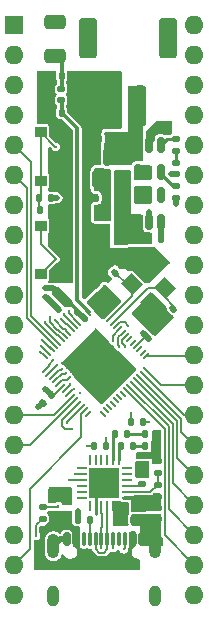
<source format=gbr>
%TF.GenerationSoftware,KiCad,Pcbnew,8.0.6*%
%TF.CreationDate,2024-11-24T01:02:09-06:00*%
%TF.ProjectId,ATesp32,41546573-7033-4322-9e6b-696361645f70,rev?*%
%TF.SameCoordinates,PX47868c0PY608f3d0*%
%TF.FileFunction,Copper,L1,Top*%
%TF.FilePolarity,Positive*%
%FSLAX46Y46*%
G04 Gerber Fmt 4.6, Leading zero omitted, Abs format (unit mm)*
G04 Created by KiCad (PCBNEW 8.0.6) date 2024-11-24 01:02:09*
%MOMM*%
%LPD*%
G01*
G04 APERTURE LIST*
G04 Aperture macros list*
%AMRoundRect*
0 Rectangle with rounded corners*
0 $1 Rounding radius*
0 $2 $3 $4 $5 $6 $7 $8 $9 X,Y pos of 4 corners*
0 Add a 4 corners polygon primitive as box body*
4,1,4,$2,$3,$4,$5,$6,$7,$8,$9,$2,$3,0*
0 Add four circle primitives for the rounded corners*
1,1,$1+$1,$2,$3*
1,1,$1+$1,$4,$5*
1,1,$1+$1,$6,$7*
1,1,$1+$1,$8,$9*
0 Add four rect primitives between the rounded corners*
20,1,$1+$1,$2,$3,$4,$5,0*
20,1,$1+$1,$4,$5,$6,$7,0*
20,1,$1+$1,$6,$7,$8,$9,0*
20,1,$1+$1,$8,$9,$2,$3,0*%
%AMRotRect*
0 Rectangle, with rotation*
0 The origin of the aperture is its center*
0 $1 length*
0 $2 width*
0 $3 Rotation angle, in degrees counterclockwise*
0 Add horizontal line*
21,1,$1,$2,0,0,$3*%
G04 Aperture macros list end*
%TA.AperFunction,SMDPad,CuDef*%
%ADD10RoundRect,0.135000X-0.135000X-0.185000X0.135000X-0.185000X0.135000X0.185000X-0.135000X0.185000X0*%
%TD*%
%TA.AperFunction,SMDPad,CuDef*%
%ADD11RoundRect,0.140000X0.021213X-0.219203X0.219203X-0.021213X-0.021213X0.219203X-0.219203X0.021213X0*%
%TD*%
%TA.AperFunction,SMDPad,CuDef*%
%ADD12RoundRect,0.140000X0.140000X0.170000X-0.140000X0.170000X-0.140000X-0.170000X0.140000X-0.170000X0*%
%TD*%
%TA.AperFunction,SMDPad,CuDef*%
%ADD13RoundRect,0.140000X-0.021213X0.219203X-0.219203X0.021213X0.021213X-0.219203X0.219203X-0.021213X0*%
%TD*%
%TA.AperFunction,SMDPad,CuDef*%
%ADD14RoundRect,0.150000X0.150000X-0.587500X0.150000X0.587500X-0.150000X0.587500X-0.150000X-0.587500X0*%
%TD*%
%TA.AperFunction,SMDPad,CuDef*%
%ADD15R,1.000000X0.900000*%
%TD*%
%TA.AperFunction,SMDPad,CuDef*%
%ADD16RoundRect,0.150000X0.150000X-0.512500X0.150000X0.512500X-0.150000X0.512500X-0.150000X-0.512500X0*%
%TD*%
%TA.AperFunction,SMDPad,CuDef*%
%ADD17RoundRect,0.150000X-0.150000X0.512500X-0.150000X-0.512500X0.150000X-0.512500X0.150000X0.512500X0*%
%TD*%
%TA.AperFunction,SMDPad,CuDef*%
%ADD18RoundRect,0.135000X0.135000X0.185000X-0.135000X0.185000X-0.135000X-0.185000X0.135000X-0.185000X0*%
%TD*%
%TA.AperFunction,SMDPad,CuDef*%
%ADD19RoundRect,0.140000X0.219203X0.021213X0.021213X0.219203X-0.219203X-0.021213X-0.021213X-0.219203X0*%
%TD*%
%TA.AperFunction,SMDPad,CuDef*%
%ADD20RoundRect,0.147500X-0.147500X-0.172500X0.147500X-0.172500X0.147500X0.172500X-0.147500X0.172500X0*%
%TD*%
%TA.AperFunction,SMDPad,CuDef*%
%ADD21RoundRect,0.135000X-0.185000X0.135000X-0.185000X-0.135000X0.185000X-0.135000X0.185000X0.135000X0*%
%TD*%
%TA.AperFunction,SMDPad,CuDef*%
%ADD22RoundRect,0.135000X0.185000X-0.135000X0.185000X0.135000X-0.185000X0.135000X-0.185000X-0.135000X0*%
%TD*%
%TA.AperFunction,SMDPad,CuDef*%
%ADD23RoundRect,0.112500X-0.112500X0.187500X-0.112500X-0.187500X0.112500X-0.187500X0.112500X0.187500X0*%
%TD*%
%TA.AperFunction,SMDPad,CuDef*%
%ADD24RoundRect,0.062500X0.062500X-0.350000X0.062500X0.350000X-0.062500X0.350000X-0.062500X-0.350000X0*%
%TD*%
%TA.AperFunction,SMDPad,CuDef*%
%ADD25RoundRect,0.062500X0.350000X-0.062500X0.350000X0.062500X-0.350000X0.062500X-0.350000X-0.062500X0*%
%TD*%
%TA.AperFunction,HeatsinkPad*%
%ADD26R,2.600000X2.600000*%
%TD*%
%TA.AperFunction,SMDPad,CuDef*%
%ADD27RoundRect,0.112500X0.187500X0.112500X-0.187500X0.112500X-0.187500X-0.112500X0.187500X-0.112500X0*%
%TD*%
%TA.AperFunction,ComponentPad*%
%ADD28R,1.600000X1.600000*%
%TD*%
%TA.AperFunction,ComponentPad*%
%ADD29O,1.600000X1.600000*%
%TD*%
%TA.AperFunction,SMDPad,CuDef*%
%ADD30RoundRect,0.250000X0.250000X1.500000X-0.250000X1.500000X-0.250000X-1.500000X0.250000X-1.500000X0*%
%TD*%
%TA.AperFunction,SMDPad,CuDef*%
%ADD31RoundRect,0.250001X0.499999X1.449999X-0.499999X1.449999X-0.499999X-1.449999X0.499999X-1.449999X0*%
%TD*%
%TA.AperFunction,SMDPad,CuDef*%
%ADD32RoundRect,0.250000X0.650000X-0.350000X0.650000X0.350000X-0.650000X0.350000X-0.650000X-0.350000X0*%
%TD*%
%TA.AperFunction,SMDPad,CuDef*%
%ADD33RoundRect,0.147500X0.172500X-0.147500X0.172500X0.147500X-0.172500X0.147500X-0.172500X-0.147500X0*%
%TD*%
%TA.AperFunction,SMDPad,CuDef*%
%ADD34RoundRect,0.147500X-0.172500X0.147500X-0.172500X-0.147500X0.172500X-0.147500X0.172500X0.147500X0*%
%TD*%
%TA.AperFunction,SMDPad,CuDef*%
%ADD35RoundRect,0.140000X-0.140000X-0.170000X0.140000X-0.170000X0.140000X0.170000X-0.140000X0.170000X0*%
%TD*%
%TA.AperFunction,SMDPad,CuDef*%
%ADD36RoundRect,0.050000X-0.282843X0.212132X0.212132X-0.282843X0.282843X-0.212132X-0.212132X0.282843X0*%
%TD*%
%TA.AperFunction,SMDPad,CuDef*%
%ADD37RoundRect,0.050000X-0.282843X-0.212132X-0.212132X-0.282843X0.282843X0.212132X0.212132X0.282843X0*%
%TD*%
%TA.AperFunction,HeatsinkPad*%
%ADD38RotRect,4.000000X4.000000X315.000000*%
%TD*%
%TA.AperFunction,SMDPad,CuDef*%
%ADD39RoundRect,0.150000X-0.150000X-0.425000X0.150000X-0.425000X0.150000X0.425000X-0.150000X0.425000X0*%
%TD*%
%TA.AperFunction,SMDPad,CuDef*%
%ADD40RoundRect,0.075000X-0.075000X-0.500000X0.075000X-0.500000X0.075000X0.500000X-0.075000X0.500000X0*%
%TD*%
%TA.AperFunction,ComponentPad*%
%ADD41O,1.000000X2.100000*%
%TD*%
%TA.AperFunction,ComponentPad*%
%ADD42O,1.000000X1.800000*%
%TD*%
%TA.AperFunction,SMDPad,CuDef*%
%ADD43RoundRect,0.140000X-0.170000X0.140000X-0.170000X-0.140000X0.170000X-0.140000X0.170000X0.140000X0*%
%TD*%
%TA.AperFunction,SMDPad,CuDef*%
%ADD44RotRect,1.400000X1.200000X135.000000*%
%TD*%
%TA.AperFunction,ViaPad*%
%ADD45C,0.300000*%
%TD*%
%TA.AperFunction,Conductor*%
%ADD46C,0.355542*%
%TD*%
%TA.AperFunction,Conductor*%
%ADD47C,0.500000*%
%TD*%
%TA.AperFunction,Conductor*%
%ADD48C,0.150000*%
%TD*%
%TA.AperFunction,Conductor*%
%ADD49C,0.250000*%
%TD*%
%TA.AperFunction,Conductor*%
%ADD50C,0.750000*%
%TD*%
%TA.AperFunction,Conductor*%
%ADD51C,0.200000*%
%TD*%
G04 APERTURE END LIST*
D10*
%TO.P,R14,1*%
%TO.N,Net-(U5-~{TXT}{slash}GPIO.0)*%
X9890000Y15250000D03*
%TO.P,R14,2*%
%TO.N,Net-(D5-K)*%
X10910000Y15250000D03*
%TD*%
D11*
%TO.P,C5,1*%
%TO.N,+3V3*%
X12660589Y23410589D03*
%TO.P,C5,2*%
%TO.N,GND*%
X13339411Y24089411D03*
%TD*%
D10*
%TO.P,R4,1*%
%TO.N,Net-(D4-K)*%
X12740000Y31750000D03*
%TO.P,R4,2*%
%TO.N,Net-(U4-EN)*%
X13760000Y31750000D03*
%TD*%
D12*
%TO.P,C9,1*%
%TO.N,Net-(AE1-FEED)*%
X5380000Y45550000D03*
%TO.P,C9,2*%
%TO.N,GND*%
X4420000Y45550000D03*
%TD*%
D13*
%TO.P,C1,1*%
%TO.N,+3V3*%
X5739411Y26489411D03*
%TO.P,C1,2*%
%TO.N,GND*%
X5060589Y25810589D03*
%TD*%
%TO.P,C3,1*%
%TO.N,+3V3*%
X5039411Y27189411D03*
%TO.P,C3,2*%
%TO.N,GND*%
X4360589Y26510589D03*
%TD*%
D14*
%TO.P,Q1,1,G*%
%TO.N,+5V*%
X8300000Y36812500D03*
%TO.P,Q1,2,S*%
%TO.N,Net-(D4-K)*%
X10200000Y36812500D03*
%TO.P,Q1,3,D*%
%TO.N,+BATT*%
X9250000Y38687500D03*
%TD*%
D15*
%TO.P,SW1,1,1*%
%TO.N,GND*%
X5200000Y40800000D03*
X5200000Y36700000D03*
%TO.P,SW1,2,2*%
%TO.N,Net-(U1-CHIP_PU)*%
X3600000Y40800000D03*
X3600000Y36700000D03*
%TD*%
D16*
%TO.P,U4,1,VIN*%
%TO.N,Net-(D4-K)*%
X11850000Y33225000D03*
%TO.P,U4,2,GND*%
%TO.N,GND*%
X12800000Y33225000D03*
%TO.P,U4,3,EN*%
%TO.N,Net-(U4-EN)*%
X13750000Y33225000D03*
%TO.P,U4,4,NC*%
%TO.N,unconnected-(U4-NC-Pad4)*%
X13750000Y35500000D03*
%TO.P,U4,5,VOUT*%
%TO.N,+3V3*%
X11850000Y35500000D03*
%TD*%
D17*
%TO.P,U3,1,STAT*%
%TO.N,Net-(U3-STAT)*%
X13750000Y39750000D03*
%TO.P,U3,2,V_{SS}*%
%TO.N,GND*%
X12800000Y39750000D03*
%TO.P,U3,3,V_{BAT}*%
%TO.N,+BATT*%
X11850000Y39750000D03*
%TO.P,U3,4,V_{DD}*%
%TO.N,+5V*%
X11850000Y37475000D03*
%TO.P,U3,5,PROG*%
%TO.N,Net-(U3-PROG)*%
X13750000Y37475000D03*
%TD*%
D18*
%TO.P,R1,1*%
%TO.N,+3V3*%
X4509999Y35250000D03*
%TO.P,R1,2*%
%TO.N,Net-(U1-CHIP_PU)*%
X3490001Y35250000D03*
%TD*%
D19*
%TO.P,C7,1*%
%TO.N,+3V3*%
X8939411Y27210589D03*
%TO.P,C7,2*%
%TO.N,GND*%
X8260589Y27889411D03*
%TD*%
D20*
%TO.P,D6,1,K*%
%TO.N,Net-(D6-K)*%
X12415000Y14250000D03*
%TO.P,D6,2,A*%
%TO.N,GND*%
X13385000Y14250000D03*
%TD*%
D15*
%TO.P,SW2,1,1*%
%TO.N,GND*%
X5200000Y32900000D03*
X5200000Y28800000D03*
%TO.P,SW2,2,2*%
%TO.N,Net-(JP4-B)*%
X3600000Y32900000D03*
X3600000Y28800000D03*
%TD*%
D21*
%TO.P,R12,1*%
%TO.N,GND*%
X13500000Y12960000D03*
%TO.P,R12,2*%
%TO.N,Net-(U5-VBUS)*%
X13500000Y11940000D03*
%TD*%
D22*
%TO.P,R11,1*%
%TO.N,+5V*%
X13500000Y9940000D03*
%TO.P,R11,2*%
%TO.N,Net-(U5-VBUS)*%
X13500000Y10960000D03*
%TD*%
D23*
%TO.P,D1,1,K*%
%TO.N,+5V*%
X5350000Y10300000D03*
%TO.P,D1,2,A*%
%TO.N,Net-(D1-A)*%
X5350000Y8200000D03*
%TD*%
D18*
%TO.P,R8,1*%
%TO.N,Net-(JP6-B)*%
X12259999Y16250000D03*
%TO.P,R8,2*%
%TO.N,GND*%
X11240001Y16250000D03*
%TD*%
D24*
%TO.P,U5,1,~{RI}/CLK*%
%TO.N,unconnected-(U5-~{RI}{slash}CLK-Pad1)*%
X7750000Y9150000D03*
%TO.P,U5,2,GND*%
%TO.N,GND*%
X8250000Y9150000D03*
%TO.P,U5,3,D+*%
%TO.N,D+*%
X8750000Y9150000D03*
%TO.P,U5,4,D-*%
%TO.N,D-*%
X9250000Y9150000D03*
%TO.P,U5,5,VIO*%
%TO.N,Net-(U5-VDD)*%
X9750000Y9150000D03*
%TO.P,U5,6,VDD*%
X10250000Y9150000D03*
D25*
%TO.P,U5,7,VREGIN*%
%TO.N,+5V*%
X10937500Y9837500D03*
%TO.P,U5,8,VBUS*%
%TO.N,Net-(U5-VBUS)*%
X10937500Y10337500D03*
%TO.P,U5,9,~{RST}*%
%TO.N,Net-(U5-~{RST})*%
X10937500Y10837500D03*
%TO.P,U5,10,NC*%
%TO.N,unconnected-(U5-NC-Pad10)*%
X10937500Y11337500D03*
%TO.P,U5,11,~{WAKEUP}/GPIO.3*%
%TO.N,unconnected-(U5-~{WAKEUP}{slash}GPIO.3-Pad11)*%
X10937500Y11837500D03*
%TO.P,U5,12,RS485/GPIO.2*%
%TO.N,unconnected-(U5-RS485{slash}GPIO.2-Pad12)*%
X10937500Y12337500D03*
D24*
%TO.P,U5,13,~{RXT}/GPIO.1*%
%TO.N,Net-(U5-~{RXT}{slash}GPIO.1)*%
X10250000Y13025000D03*
%TO.P,U5,14,~{TXT}/GPIO.0*%
%TO.N,Net-(U5-~{TXT}{slash}GPIO.0)*%
X9750000Y13025000D03*
%TO.P,U5,15,~{SUSPEND}*%
%TO.N,unconnected-(U5-~{SUSPEND}-Pad15)*%
X9250000Y13025000D03*
%TO.P,U5,16,NC*%
%TO.N,unconnected-(U5-NC-Pad16)*%
X8750000Y13025000D03*
%TO.P,U5,17,SUSPEND*%
%TO.N,unconnected-(U5-SUSPEND-Pad17)*%
X8250000Y13025000D03*
%TO.P,U5,18,~{CTS}*%
%TO.N,unconnected-(U5-~{CTS}-Pad18)*%
X7750000Y13025000D03*
D25*
%TO.P,U5,19,~{RTS}*%
%TO.N,unconnected-(U5-~{RTS}-Pad19)*%
X7062500Y12337500D03*
%TO.P,U5,20,RXD*%
%TO.N,Net-(JP8-A)*%
X7062500Y11837500D03*
%TO.P,U5,21,TXD*%
%TO.N,Net-(JP7-A)*%
X7062500Y11337500D03*
%TO.P,U5,22,~{DSR}*%
%TO.N,unconnected-(U5-~{DSR}-Pad22)*%
X7062500Y10837500D03*
%TO.P,U5,23,~{DTR}*%
%TO.N,unconnected-(U5-~{DTR}-Pad23)*%
X7062500Y10337500D03*
%TO.P,U5,24,~{DCD}*%
%TO.N,unconnected-(U5-~{DCD}-Pad24)*%
X7062500Y9837500D03*
D26*
%TO.P,U5,25,GND*%
%TO.N,GND*%
X9000000Y11087500D03*
%TD*%
D10*
%TO.P,R2,1*%
%TO.N,GND*%
X8240000Y35250000D03*
%TO.P,R2,2*%
%TO.N,+5V*%
X9260000Y35250000D03*
%TD*%
D27*
%TO.P,D4,1,K*%
%TO.N,Net-(D4-K)*%
X10550000Y33750000D03*
%TO.P,D4,2,A*%
%TO.N,+5V*%
X8450000Y33750000D03*
%TD*%
D18*
%TO.P,R5,1*%
%TO.N,Net-(J1-CC1)*%
X7760000Y8000000D03*
%TO.P,R5,2*%
%TO.N,GND*%
X6740000Y8000000D03*
%TD*%
D21*
%TO.P,R3,1*%
%TO.N,Net-(U3-PROG)*%
X15100000Y36260000D03*
%TO.P,R3,2*%
%TO.N,GND*%
X15100000Y35240000D03*
%TD*%
D22*
%TO.P,R7,1*%
%TO.N,Net-(J1-CC2)*%
X3800000Y8090000D03*
%TO.P,R7,2*%
%TO.N,GND*%
X3800000Y9110000D03*
%TD*%
D20*
%TO.P,D5,1,K*%
%TO.N,Net-(D5-K)*%
X12415000Y15250000D03*
%TO.P,D5,2,A*%
%TO.N,GND*%
X13385000Y15250000D03*
%TD*%
D28*
%TO.P,U2,1,PB0*%
%TO.N,PB0*%
X1380000Y49880000D03*
D29*
%TO.P,U2,2,PB1*%
%TO.N,PB1*%
X1380000Y47340000D03*
%TO.P,U2,3,PB2*%
%TO.N,PB2*%
X1380000Y44800000D03*
%TO.P,U2,4,PB3*%
%TO.N,PB3*%
X1380000Y42260000D03*
%TO.P,U2,5,PB4*%
%TO.N,PB4*%
X1380000Y39720000D03*
%TO.P,U2,6,PB5*%
%TO.N,PB5*%
X1380000Y37180000D03*
%TO.P,U2,7,PB6*%
%TO.N,PB6*%
X1380000Y34640000D03*
%TO.P,U2,8,PB7*%
%TO.N,PB7*%
X1380000Y32100000D03*
%TO.P,U2,9,~{RESET}*%
%TO.N,unconnected-(U2-~{RESET}-Pad9)*%
X1380000Y29560000D03*
%TO.P,U2,10,VCC*%
%TO.N,+5V*%
X1380000Y27020000D03*
%TO.P,U2,11,GND*%
%TO.N,GND*%
X1380000Y24480000D03*
%TO.P,U2,12,XTAL2*%
%TO.N,unconnected-(U2-XTAL2-Pad12)*%
X1380000Y21940000D03*
%TO.P,U2,13,XTAL1*%
%TO.N,unconnected-(U2-XTAL1-Pad13)*%
X1380000Y19400000D03*
%TO.P,U2,14,PD0*%
%TO.N,PD0*%
X1380000Y16860000D03*
%TO.P,U2,15,PD1*%
%TO.N,PD1*%
X1380000Y14320000D03*
%TO.P,U2,16,PD2*%
%TO.N,D_P*%
X1380000Y11780000D03*
%TO.P,U2,17,PD3*%
%TO.N,D_N*%
X1380000Y9240000D03*
%TO.P,U2,18,PD4*%
%TO.N,PD4*%
X1380000Y6700000D03*
%TO.P,U2,19,PD5*%
%TO.N,PD5*%
X1380000Y4160000D03*
%TO.P,U2,20,PD6*%
%TO.N,PD6*%
X1380000Y1620000D03*
%TO.P,U2,21,PD7*%
%TO.N,PD7*%
X16620000Y1620000D03*
%TO.P,U2,22,PC0*%
%TO.N,PC0*%
X16620000Y4160000D03*
%TO.P,U2,23,PC1*%
%TO.N,PC1*%
X16620000Y6700000D03*
%TO.P,U2,24,PC2*%
%TO.N,PC2*%
X16620000Y9240000D03*
%TO.P,U2,25,PC3*%
%TO.N,PC3*%
X16620000Y11780000D03*
%TO.P,U2,26,PC4*%
%TO.N,PC4*%
X16620000Y14320000D03*
%TO.P,U2,27,PC5*%
%TO.N,PC5*%
X16620000Y16860000D03*
%TO.P,U2,28,PC6*%
%TO.N,PC6*%
X16620000Y19400000D03*
%TO.P,U2,29,PC7*%
%TO.N,PC7*%
X16620000Y21940000D03*
%TO.P,U2,30,AVCC*%
%TO.N,+5V*%
X16620000Y24480000D03*
%TO.P,U2,31,GND*%
%TO.N,GND*%
X16620000Y27020000D03*
%TO.P,U2,32,AREF*%
%TO.N,unconnected-(U2-AREF-Pad32)*%
X16620000Y29560000D03*
%TO.P,U2,33,PA7*%
%TO.N,PA7*%
X16620000Y32100000D03*
%TO.P,U2,34,PA6*%
%TO.N,PA6*%
X16620000Y34640000D03*
%TO.P,U2,35,PA5*%
%TO.N,PA5*%
X16620000Y37180000D03*
%TO.P,U2,36,PA4*%
%TO.N,PA4*%
X16620000Y39720000D03*
%TO.P,U2,37,PA3*%
%TO.N,PA3*%
X16620000Y42260000D03*
%TO.P,U2,38,PA2*%
%TO.N,PA2*%
X16620000Y44800000D03*
%TO.P,U2,39,PA1*%
%TO.N,PA1*%
X16620000Y47340000D03*
%TO.P,U2,40,PA0*%
%TO.N,PA0*%
X16620000Y49880000D03*
%TD*%
D30*
%TO.P,J2,1,Pin_1*%
%TO.N,+BATT*%
X12000000Y43000000D03*
%TO.P,J2,2,Pin_2*%
%TO.N,GND*%
X10000000Y43000000D03*
D31*
%TO.P,J2,MP*%
%TO.N,N/C*%
X14350000Y48750000D03*
X7650000Y48750000D03*
%TD*%
D32*
%TO.P,AE1,1,FEED*%
%TO.N,Net-(AE1-FEED)*%
X4800000Y47250000D03*
%TO.P,AE1,2,PCB_Trace*%
%TO.N,unconnected-(AE1-PCB_Trace-Pad2)*%
X4800000Y50150000D03*
%TD*%
D33*
%TO.P,L2,1*%
%TO.N,Net-(U1-LNA_IN)*%
X5350000Y43515000D03*
%TO.P,L2,2*%
%TO.N,Net-(AE1-FEED)*%
X5350000Y44485000D03*
%TD*%
D34*
%TO.P,D2,1,K*%
%TO.N,Net-(D2-K)*%
X15100000Y38235000D03*
%TO.P,D2,2,A*%
%TO.N,+5V*%
X15100000Y37265000D03*
%TD*%
D35*
%TO.P,C10,1*%
%TO.N,Net-(U1-CHIP_PU)*%
X3520000Y34250000D03*
%TO.P,C10,2*%
%TO.N,GND*%
X4480000Y34250000D03*
%TD*%
D21*
%TO.P,R13,1*%
%TO.N,Net-(U5-VDD)*%
X12200000Y12060000D03*
%TO.P,R13,2*%
%TO.N,Net-(U5-~{RST})*%
X12200000Y11040000D03*
%TD*%
D35*
%TO.P,C17,1*%
%TO.N,Net-(U5-VDD)*%
X10500000Y8000000D03*
%TO.P,C17,2*%
%TO.N,GND*%
X11460000Y8000000D03*
%TD*%
D18*
%TO.P,R9,1*%
%TO.N,Net-(U1-U0TXD)*%
X9110000Y14250000D03*
%TO.P,R9,2*%
%TO.N,UART_TX*%
X8090000Y14250000D03*
%TD*%
D21*
%TO.P,R6,1*%
%TO.N,Net-(U3-STAT)*%
X15100000Y40260000D03*
%TO.P,R6,2*%
%TO.N,Net-(D2-K)*%
X15100000Y39240000D03*
%TD*%
D36*
%TO.P,U1,1,LNA_IN*%
%TO.N,Net-(U1-LNA_IN)*%
X7648959Y25527996D03*
%TO.P,U1,2,VDD3P3*%
%TO.N,+3V3*%
X7366117Y25245153D03*
%TO.P,U1,3,VDD3P3*%
X7083274Y24962311D03*
%TO.P,U1,4,CHIP_PU*%
%TO.N,Net-(U1-CHIP_PU)*%
X6800431Y24679468D03*
%TO.P,U1,5,GPIO0*%
%TO.N,Net-(JP4-B)*%
X6517588Y24396625D03*
%TO.P,U1,6,GPIO1*%
%TO.N,PB0*%
X6234746Y24113782D03*
%TO.P,U1,7,GPIO2*%
%TO.N,PB1*%
X5951903Y23830940D03*
%TO.P,U1,8,GPIO3*%
%TO.N,PB2*%
X5669060Y23548097D03*
%TO.P,U1,9,GPIO4*%
%TO.N,PB3*%
X5386218Y23265254D03*
%TO.P,U1,10,GPIO5*%
%TO.N,PB4*%
X5103375Y22982412D03*
%TO.P,U1,11,GPIO6*%
%TO.N,PB5*%
X4820532Y22699569D03*
%TO.P,U1,12,GPIO7*%
%TO.N,PA0*%
X4537689Y22416726D03*
%TO.P,U1,13,GPIO8*%
%TO.N,PA1*%
X4254847Y22133883D03*
%TO.P,U1,14,GPIO9*%
%TO.N,PA2*%
X3972004Y21851041D03*
D37*
%TO.P,U1,15,GPIO10*%
%TO.N,PA3*%
X3972004Y20648959D03*
%TO.P,U1,16,GPIO11*%
%TO.N,PA4*%
X4254847Y20366117D03*
%TO.P,U1,17,GPIO12*%
%TO.N,PA5*%
X4537689Y20083274D03*
%TO.P,U1,18,GPIO13*%
%TO.N,PA6*%
X4820532Y19800431D03*
%TO.P,U1,19,GPIO14*%
%TO.N,PA7*%
X5103375Y19517588D03*
%TO.P,U1,20,VDD3P3_RTC*%
%TO.N,+3V3*%
X5386218Y19234746D03*
%TO.P,U1,21,XTAL_32K_P*%
%TO.N,PB6*%
X5669060Y18951903D03*
%TO.P,U1,22,XTAL_32K_N*%
%TO.N,PB7*%
X5951903Y18669060D03*
%TO.P,U1,23,GPIO17*%
%TO.N,PD0*%
X6234746Y18386218D03*
%TO.P,U1,24,GPIO18*%
%TO.N,PD1*%
X6517588Y18103375D03*
%TO.P,U1,25,GPIO19/USB_D-*%
%TO.N,D_N*%
X6800431Y17820532D03*
%TO.P,U1,26,GPIO20/USB_D+*%
%TO.N,D_P*%
X7083274Y17537689D03*
%TO.P,U1,27,GPIO21*%
%TO.N,PD5*%
X7366117Y17254847D03*
%TO.P,U1,28,SPICS1*%
%TO.N,unconnected-(U1-SPICS1-Pad28)*%
X7648959Y16972004D03*
D36*
%TO.P,U1,29,VDD_SPI*%
%TO.N,unconnected-(U1-VDD_SPI-Pad29)*%
X8851041Y16972004D03*
%TO.P,U1,30,SPIHD*%
%TO.N,unconnected-(U1-SPIHD-Pad30)*%
X9133883Y17254847D03*
%TO.P,U1,31,SPIWP*%
%TO.N,unconnected-(U1-SPIWP-Pad31)*%
X9416726Y17537689D03*
%TO.P,U1,32,SPICS0*%
%TO.N,unconnected-(U1-SPICS0-Pad32)*%
X9699569Y17820532D03*
%TO.P,U1,33,SPICLK*%
%TO.N,unconnected-(U1-SPICLK-Pad33)*%
X9982412Y18103375D03*
%TO.P,U1,34,SPIQ*%
%TO.N,unconnected-(U1-SPIQ-Pad34)*%
X10265254Y18386218D03*
%TO.P,U1,35,SPID*%
%TO.N,unconnected-(U1-SPID-Pad35)*%
X10548097Y18669060D03*
%TO.P,U1,36,SPICLK_N*%
%TO.N,PC0*%
X10830940Y18951903D03*
%TO.P,U1,37,SPICLK_P*%
%TO.N,PC1*%
X11113782Y19234746D03*
%TO.P,U1,38,GPIO33*%
%TO.N,PC2*%
X11396625Y19517588D03*
%TO.P,U1,39,GPIO34*%
%TO.N,PC3*%
X11679468Y19800431D03*
%TO.P,U1,40,GPIO35*%
%TO.N,PC4*%
X11962311Y20083274D03*
%TO.P,U1,41,GPIO36*%
%TO.N,PC5*%
X12245153Y20366117D03*
%TO.P,U1,42,GPIO37*%
%TO.N,PC6*%
X12527996Y20648959D03*
D37*
%TO.P,U1,43,GPIO38*%
%TO.N,PC7*%
X12527996Y21851041D03*
%TO.P,U1,44,MTCK*%
%TO.N,unconnected-(U1-MTCK-Pad44)*%
X12245153Y22133883D03*
%TO.P,U1,45,MTDO*%
%TO.N,unconnected-(U1-MTDO-Pad45)*%
X11962311Y22416726D03*
%TO.P,U1,46,VDD3P3_CPU*%
%TO.N,+3V3*%
X11679468Y22699569D03*
%TO.P,U1,47,MTDI*%
%TO.N,unconnected-(U1-MTDI-Pad47)*%
X11396625Y22982412D03*
%TO.P,U1,48,MTMS*%
%TO.N,unconnected-(U1-MTMS-Pad48)*%
X11113782Y23265254D03*
%TO.P,U1,49,U0TXD*%
%TO.N,Net-(U1-U0TXD)*%
X10830940Y23548097D03*
%TO.P,U1,50,U0RXD*%
%TO.N,UART_RX*%
X10548097Y23830940D03*
%TO.P,U1,51,GPIO45*%
%TO.N,PD6*%
X10265254Y24113782D03*
%TO.P,U1,52,GPIO46*%
%TO.N,PD7*%
X9982412Y24396625D03*
%TO.P,U1,53,XTAL_N*%
%TO.N,XTAL_N*%
X9699569Y24679468D03*
%TO.P,U1,54,XTAL_P*%
%TO.N,XTAL_P*%
X9416726Y24962311D03*
%TO.P,U1,55,VDDA*%
%TO.N,+3V3*%
X9133883Y25245153D03*
%TO.P,U1,56,VDDA*%
X8851041Y25527996D03*
D38*
%TO.P,U1,57,GND*%
%TO.N,GND*%
X8250000Y21250000D03*
%TD*%
D39*
%TO.P,J1,A1,GND*%
%TO.N,GND*%
X5800000Y6325000D03*
%TO.P,J1,A4,VBUS*%
%TO.N,Net-(D1-A)*%
X6600000Y6325000D03*
D40*
%TO.P,J1,A5,CC1*%
%TO.N,Net-(J1-CC1)*%
X7750000Y6325000D03*
%TO.P,J1,A6,D+*%
%TO.N,D+*%
X8750000Y6325000D03*
%TO.P,J1,A7,D-*%
%TO.N,D-*%
X9250000Y6325000D03*
%TO.P,J1,A8,SBU1*%
%TO.N,unconnected-(J1-SBU1-PadA8)*%
X10250000Y6325000D03*
D39*
%TO.P,J1,A9,VBUS*%
%TO.N,Net-(D1-A)*%
X11400000Y6325000D03*
%TO.P,J1,A12,GND*%
%TO.N,GND*%
X12200000Y6325000D03*
%TO.P,J1,B1,GND*%
X12200000Y6325000D03*
%TO.P,J1,B4,VBUS*%
%TO.N,Net-(D1-A)*%
X11400000Y6325000D03*
D40*
%TO.P,J1,B5,CC2*%
%TO.N,Net-(J1-CC2)*%
X10750000Y6325000D03*
%TO.P,J1,B6,D+*%
%TO.N,D+*%
X9750000Y6325000D03*
%TO.P,J1,B7,D-*%
%TO.N,D-*%
X8250000Y6325000D03*
%TO.P,J1,B8,SBU2*%
%TO.N,unconnected-(J1-SBU2-PadB8)*%
X7250000Y6325000D03*
D39*
%TO.P,J1,B9,VBUS*%
%TO.N,Net-(D1-A)*%
X6600000Y6325000D03*
%TO.P,J1,B12,GND*%
%TO.N,GND*%
X5800000Y6325000D03*
D41*
%TO.P,J1,S1,SHIELD*%
X4680000Y5750000D03*
D42*
X4680000Y1570000D03*
D41*
X13320000Y5750000D03*
D42*
X13320000Y1570000D03*
%TD*%
D13*
%TO.P,C12,1*%
%TO.N,XTAL_N*%
X14839411Y25839411D03*
%TO.P,C12,2*%
%TO.N,GND*%
X14160589Y25160589D03*
%TD*%
D12*
%TO.P,C14,1*%
%TO.N,+BATT*%
X9460000Y40250000D03*
%TO.P,C14,2*%
%TO.N,GND*%
X8500000Y40250000D03*
%TD*%
D43*
%TO.P,C4,1*%
%TO.N,+5V*%
X12500000Y8980000D03*
%TO.P,C4,2*%
%TO.N,GND*%
X12500000Y8020000D03*
%TD*%
D13*
%TO.P,C11,1*%
%TO.N,GND*%
X10589411Y29589411D03*
%TO.P,C11,2*%
%TO.N,XTAL_P*%
X9910589Y28910589D03*
%TD*%
D43*
%TO.P,C13,1*%
%TO.N,Net-(D4-K)*%
X11750000Y31730000D03*
%TO.P,C13,2*%
%TO.N,GND*%
X11750000Y30770000D03*
%TD*%
D13*
%TO.P,C6,1*%
%TO.N,+3V3*%
X4439411Y18589411D03*
%TO.P,C6,2*%
%TO.N,GND*%
X3760589Y17910589D03*
%TD*%
D12*
%TO.P,C8,1*%
%TO.N,Net-(U1-LNA_IN)*%
X5380000Y42450000D03*
%TO.P,C8,2*%
%TO.N,GND*%
X4420000Y42450000D03*
%TD*%
D10*
%TO.P,R15,1*%
%TO.N,Net-(U5-~{RXT}{slash}GPIO.1)*%
X10390000Y14250000D03*
%TO.P,R15,2*%
%TO.N,Net-(D6-K)*%
X11410000Y14250000D03*
%TD*%
D43*
%TO.P,C15,1*%
%TO.N,+5V*%
X13500000Y8980000D03*
%TO.P,C15,2*%
%TO.N,GND*%
X13500000Y8020000D03*
%TD*%
D44*
%TO.P,Y1,1,1*%
%TO.N,XTAL_N*%
X14128858Y27573223D03*
%TO.P,Y1,2,2*%
%TO.N,GND*%
X12573223Y29128858D03*
%TO.P,Y1,3,3*%
%TO.N,XTAL_P*%
X11371142Y27926777D03*
%TO.P,Y1,4,4*%
%TO.N,GND*%
X12926777Y26371142D03*
%TD*%
D45*
%TO.N,GND*%
X5000000Y34250000D03*
X4250000Y41750000D03*
X6250000Y45250000D03*
X4500000Y43750000D03*
X9000000Y44250000D03*
X9000000Y45250000D03*
X4000000Y44750000D03*
X4500000Y43250000D03*
X4000000Y43750000D03*
X6000000Y38750000D03*
X12800000Y34050000D03*
X6000000Y40250000D03*
X6250000Y44750000D03*
X9750000Y19250000D03*
X13500000Y41000000D03*
X12800000Y40750000D03*
X7500000Y31500000D03*
X13250000Y30250000D03*
X4000000Y43250000D03*
X14500000Y41500000D03*
X6000000Y33750000D03*
X7500000Y35500000D03*
X6000000Y32000000D03*
X9250000Y18750000D03*
X7500000Y31000000D03*
X6000000Y39750000D03*
X3400000Y17550000D03*
X9000000Y42750000D03*
X12500000Y13400000D03*
X9000000Y43250000D03*
X11250000Y17000000D03*
X7000000Y41950000D03*
X3750000Y42750000D03*
X6000000Y34250000D03*
X6000000Y38250000D03*
X12750000Y30750000D03*
X7500000Y33500000D03*
X7500000Y28500000D03*
X9500000Y45250000D03*
X4500000Y44250000D03*
X8750000Y18250000D03*
X7500000Y40000000D03*
X6600000Y42350000D03*
X6250000Y44250000D03*
X7500000Y36000000D03*
X7500000Y29500000D03*
X6000000Y30500000D03*
X6000000Y34750000D03*
X14500000Y41000000D03*
X4750000Y41750000D03*
X7500000Y39500000D03*
X15100000Y34750000D03*
X7500000Y34000000D03*
X9000000Y41750000D03*
X6000000Y35250000D03*
X7500000Y37000000D03*
X5105000Y9181823D03*
X13500000Y25000000D03*
X10250000Y19750000D03*
X7500000Y37500000D03*
X3750000Y45750000D03*
X6000000Y37750000D03*
X6250000Y45750000D03*
X9000000Y44750000D03*
X13500000Y7250000D03*
X10750000Y20250000D03*
X9000000Y42250000D03*
X6250000Y42750000D03*
X11750000Y30000000D03*
X6000000Y39250000D03*
X13000000Y7250000D03*
X13500000Y41500000D03*
X6740000Y8740000D03*
X8798959Y28451042D03*
X12750000Y24750000D03*
X6000000Y31000000D03*
X11250000Y20750000D03*
X7500000Y29000000D03*
X14000000Y41500000D03*
X7500000Y41500000D03*
X4500000Y44750000D03*
X5250000Y41750000D03*
X7500000Y38500000D03*
X6250000Y43250000D03*
X12000000Y13400000D03*
X3750000Y45250000D03*
X14000000Y24500000D03*
X7500000Y35000000D03*
X11250000Y30000000D03*
X3750000Y42250000D03*
X14000000Y41000000D03*
X8259699Y8508193D03*
X7500000Y41000000D03*
X7500000Y32500000D03*
X6000000Y35750000D03*
X6000000Y40750000D03*
X7500000Y28000000D03*
X7500000Y30000000D03*
X7500000Y27500000D03*
X7500000Y34500000D03*
X4000000Y44250000D03*
X6000000Y31500000D03*
X7500000Y32000000D03*
X7500000Y38000000D03*
X7500000Y36500000D03*
X10000000Y45250000D03*
X6250000Y43750000D03*
X7500000Y33000000D03*
X4000000Y26850000D03*
X7500000Y39000000D03*
X7500000Y40500000D03*
X12250000Y25250000D03*
X7500000Y30500000D03*
X9000000Y43750000D03*
%TO.N,+3V3*%
X4000000Y27600000D03*
X12750000Y36000000D03*
X12750000Y35500000D03*
X5000000Y35250000D03*
X7900000Y26350000D03*
X8300000Y26750000D03*
X12750000Y35000000D03*
X4000000Y19050000D03*
X12275521Y23775521D03*
%TO.N,+5V*%
X9000000Y34250000D03*
X12750000Y37750000D03*
X11500000Y9000000D03*
X9000000Y36250000D03*
X11500000Y9500000D03*
X6000000Y9500000D03*
X6000000Y10500000D03*
X12750000Y9750000D03*
X12000000Y9750000D03*
X4550000Y10550000D03*
X9000000Y36750000D03*
X9000000Y33750000D03*
X5350000Y9800000D03*
X6000000Y10000000D03*
X9000000Y37250000D03*
X12750000Y37000000D03*
X14600000Y37250000D03*
X8500000Y34250000D03*
%TO.N,Net-(U1-CHIP_PU)*%
X4875000Y39575000D03*
X6002164Y25654247D03*
%TO.N,Net-(U5-VDD)*%
X12500000Y12750000D03*
X10800000Y8750000D03*
X11900000Y12750000D03*
X10800000Y9250000D03*
%TO.N,Net-(J1-CC2)*%
X10618644Y5476695D03*
X3225000Y6649479D03*
%TO.N,D+*%
X8750000Y5600000D03*
X9750000Y5600000D03*
%TO.N,Net-(JP4-B)*%
X6916960Y18740509D03*
X4875000Y30062500D03*
X5576046Y25392666D03*
%TO.N,Net-(JP6-B)*%
X12800000Y16250000D03*
%TO.N,PD7*%
X11036315Y24413685D03*
%TO.N,UART_RX*%
X10197783Y22625768D03*
%TO.N,Net-(JP7-A)*%
X6000000Y11350000D03*
%TO.N,UART_TX*%
X7500000Y14250000D03*
%TO.N,Net-(JP8-A)*%
X6500000Y11850000D03*
%TO.N,Net-(U1-U0TXD)*%
X10750000Y22600000D03*
X9100000Y14950000D03*
%TO.N,PA2*%
X3568844Y22218844D03*
%TO.N,PB2*%
X4375000Y25150000D03*
%TO.N,PA5*%
X5379667Y20771374D03*
%TO.N,PA1*%
X3600156Y22717863D03*
%TO.N,PD6*%
X9729961Y23107331D03*
%TO.N,PA4*%
X5026112Y21124930D03*
%TO.N,PB1*%
X4800000Y24879970D03*
%TO.N,PA6*%
X5745769Y20430828D03*
%TO.N,PB6*%
X6100000Y19450000D03*
%TO.N,PA7*%
X6086315Y20064726D03*
%TO.N,PB0*%
X5314464Y24966547D03*
%TO.N,D_N*%
X6275000Y15681833D03*
%TO.N,D_P*%
X5825000Y16150000D03*
%TO.N,PA0*%
X3684530Y23234530D03*
%TO.N,PB3*%
X3950000Y24736827D03*
%TO.N,PA3*%
X4672557Y21478485D03*
%TO.N,PB7*%
X6456528Y19069907D03*
%TD*%
D46*
%TO.N,Net-(AE1-FEED)*%
X5380000Y45550000D02*
X5380000Y44515000D01*
X5380000Y46670000D02*
X4800000Y47250000D01*
X5380000Y45550000D02*
X5380000Y46670000D01*
D47*
%TO.N,GND*%
X15100000Y35240000D02*
X15100000Y34750000D01*
X4480000Y34250000D02*
X5000000Y34250000D01*
X3400000Y17550000D02*
X3760589Y17910589D01*
X4021178Y26850000D02*
X4360589Y26510589D01*
X6740000Y8740000D02*
X6740000Y8000000D01*
D48*
X11250000Y17000000D02*
X11240001Y16990001D01*
X11240001Y16990001D02*
X11240001Y16250000D01*
X3800000Y9110000D02*
X5033177Y9110000D01*
D49*
X8250000Y9150000D02*
X8250000Y10337500D01*
D47*
X5800000Y6370000D02*
X5280000Y6370000D01*
D49*
X8250000Y9150000D02*
X8250000Y8517892D01*
D47*
X12800000Y33225000D02*
X12800000Y34050000D01*
X5060589Y25810589D02*
X4360589Y26510589D01*
X5280000Y6370000D02*
X4680000Y5770000D01*
X12800000Y39750000D02*
X12800000Y40750000D01*
X4000000Y26850000D02*
X4021178Y26850000D01*
D48*
X5033177Y9110000D02*
X5105000Y9181823D01*
D49*
X8250000Y8517892D02*
X8259699Y8508193D01*
D47*
%TO.N,+3V3*%
X12275521Y23775521D02*
X12295657Y23775521D01*
X4509999Y35250000D02*
X5000000Y35250000D01*
D48*
X5386218Y19234746D02*
X4740883Y18589411D01*
X4740883Y18589411D02*
X4439411Y18589411D01*
D47*
X4000000Y19050000D02*
X4439411Y18610589D01*
X5039411Y27189411D02*
X4628822Y27600000D01*
X12295657Y23775521D02*
X12660589Y23410589D01*
D48*
X11679468Y22699569D02*
X12390488Y23410589D01*
D47*
X4628822Y27600000D02*
X4000000Y27600000D01*
%TO.N,+5V*%
X15100000Y37265000D02*
X14615000Y37265000D01*
X14615000Y37265000D02*
X14600000Y37250000D01*
D46*
%TO.N,Net-(U1-LNA_IN)*%
X6700000Y26586940D02*
X7703952Y25582988D01*
X5380000Y42450000D02*
X5380000Y43485000D01*
X6700000Y41130000D02*
X6700000Y26586940D01*
X5380000Y42450000D02*
X6700000Y41130000D01*
D48*
%TO.N,Net-(U1-CHIP_PU)*%
X4825000Y39575000D02*
X3600000Y40800000D01*
X4875000Y39575000D02*
X4825000Y39575000D01*
X6002164Y25477735D02*
X6800431Y24679468D01*
X3600000Y40800000D02*
X3600000Y36700000D01*
X3490001Y35250000D02*
X3490001Y34279999D01*
X6002164Y25654247D02*
X6002164Y25477735D01*
X3600000Y36700000D02*
X3600000Y35359999D01*
D50*
%TO.N,+BATT*%
X12000000Y43000000D02*
X11850000Y42850000D01*
D49*
%TO.N,Net-(D2-K)*%
X15100000Y39240000D02*
X15100000Y38235000D01*
%TO.N,Net-(D5-K)*%
X10910000Y15250000D02*
X12415000Y15250000D01*
%TO.N,Net-(D6-K)*%
X11410000Y14250000D02*
X12415000Y14250000D01*
D48*
%TO.N,Net-(J1-CC2)*%
X3225000Y6649479D02*
X3225000Y7515000D01*
X10750000Y5608051D02*
X10750000Y6370000D01*
X3225000Y7515000D02*
X3800000Y8090000D01*
X10618644Y5476695D02*
X10750000Y5608051D01*
%TO.N,D-*%
X9200000Y8481249D02*
X9250000Y8531249D01*
X8950000Y5175000D02*
X9250000Y5475000D01*
X9250000Y6370000D02*
X9250000Y7300001D01*
X9250000Y8531249D02*
X9250000Y9150000D01*
X9250000Y7300001D02*
X9200000Y7350001D01*
X9200000Y7350001D02*
X9200000Y8481249D01*
X8573959Y5175000D02*
X8950000Y5175000D01*
X8250000Y6370000D02*
X8250000Y5498959D01*
X9250000Y5475000D02*
X9250000Y6370000D01*
X8250000Y5498959D02*
X8573959Y5175000D01*
%TO.N,Net-(J1-CC1)*%
X7750000Y6370000D02*
X7750000Y7990000D01*
%TO.N,D+*%
X8750000Y8531249D02*
X8750000Y9150000D01*
X9750000Y5600000D02*
X9750000Y6370000D01*
X8750000Y7300001D02*
X8800000Y7350001D01*
X8800000Y7350001D02*
X8800000Y8481249D01*
X8800000Y8481249D02*
X8750000Y8531249D01*
X8750000Y6370000D02*
X8750000Y5600000D01*
X8750000Y6370000D02*
X8750000Y7300001D01*
%TO.N,Net-(JP4-B)*%
X3600000Y31337500D02*
X3600000Y32900000D01*
X4862500Y30062500D02*
X3600000Y28800000D01*
X5576046Y25338167D02*
X6517588Y24396625D01*
X4875000Y30062500D02*
X4862500Y30062500D01*
X5576046Y25392666D02*
X5576046Y25338167D01*
X4875000Y30062500D02*
X3600000Y31337500D01*
%TO.N,Net-(JP6-B)*%
X12800000Y16250000D02*
X12259999Y16250000D01*
%TO.N,PD7*%
X11036315Y24413685D02*
X10727396Y24722604D01*
X10727396Y24722604D02*
X10308391Y24722604D01*
X10308391Y24722604D02*
X9982412Y24396625D01*
%TO.N,UART_RX*%
X10154960Y22774507D02*
X10154960Y23437803D01*
X10197783Y22731684D02*
X10154960Y22774507D01*
X10154960Y23437803D02*
X10548097Y23830940D01*
X10197783Y22625768D02*
X10197783Y22731684D01*
%TO.N,Net-(JP7-A)*%
X6000000Y11350000D02*
X7050000Y11350000D01*
%TO.N,UART_TX*%
X7500000Y14250000D02*
X8090000Y14250000D01*
%TO.N,Net-(JP8-A)*%
X6500000Y11850000D02*
X7050000Y11850000D01*
D49*
%TO.N,Net-(U3-PROG)*%
X15100000Y36260000D02*
X14776828Y36260000D01*
X14776828Y36260000D02*
X13750000Y37286828D01*
D47*
%TO.N,Net-(U4-EN)*%
X13760000Y31750000D02*
X13760000Y33215000D01*
D48*
%TO.N,Net-(U1-U0TXD)*%
X10504960Y22919482D02*
X10504960Y23186762D01*
X10750000Y22600000D02*
X10750000Y22674442D01*
X10504960Y23186762D02*
X10830940Y23512742D01*
X10750000Y22674442D02*
X10504960Y22919482D01*
X9100000Y14950000D02*
X9100000Y14260000D01*
%TO.N,Net-(U5-VBUS)*%
X13500000Y11940000D02*
X13500000Y10960000D01*
X10937500Y10337500D02*
X12877500Y10337500D01*
X12877500Y10337500D02*
X13500000Y10960000D01*
%TO.N,Net-(U5-~{RST})*%
X10937500Y10837500D02*
X11997500Y10837500D01*
X11997500Y10837500D02*
X12200000Y11040000D01*
D49*
%TO.N,Net-(U5-~{TXT}{slash}GPIO.0)*%
X9750000Y13025000D02*
X9750000Y15110000D01*
%TO.N,Net-(U5-~{RXT}{slash}GPIO.1)*%
X10250000Y13025000D02*
X10250000Y14110000D01*
D48*
%TO.N,PA2*%
X3936647Y21851041D02*
X3568844Y22218844D01*
%TO.N,PB2*%
X4990524Y24088404D02*
X5096591Y24088404D01*
X4375000Y24703928D02*
X4990524Y24088404D01*
X5096591Y24088404D02*
X5636898Y23548097D01*
X4375000Y25150000D02*
X4375000Y24703928D01*
%TO.N,PC1*%
X11113782Y19234746D02*
X14450000Y15898528D01*
X14450000Y15898528D02*
X14450000Y8870000D01*
X14450000Y8870000D02*
X16620000Y6700000D01*
%TO.N,PA5*%
X4537689Y20083274D02*
X5154345Y20699930D01*
X5154345Y20699930D02*
X5308223Y20699930D01*
X5308223Y20699930D02*
X5379667Y20771374D01*
%TO.N,PC7*%
X12527996Y21851041D02*
X16531041Y21851041D01*
%TO.N,PA1*%
X3670867Y22717863D02*
X4254847Y22133883D01*
X3600156Y22717863D02*
X3670867Y22717863D01*
%TO.N,PD6*%
X9729961Y23578489D02*
X9729961Y23107331D01*
X10265254Y24113782D02*
X9729961Y23578489D01*
%TO.N,PA4*%
X5026112Y21124930D02*
X4876703Y20975521D01*
X4864251Y20975521D02*
X4254847Y20366117D01*
X4876703Y20975521D02*
X4864251Y20975521D01*
%TO.N,PD5*%
X1380000Y4160000D02*
X2700000Y5480000D01*
X2700000Y5480000D02*
X2700000Y10627896D01*
X7040137Y16928867D02*
X7366117Y17254847D01*
X2700000Y10627896D02*
X7040137Y14968033D01*
X7040137Y14968033D02*
X7040137Y16928867D01*
%TO.N,PB5*%
X2455000Y25065101D02*
X4820532Y22699569D01*
X2455000Y36105000D02*
X2455000Y25065101D01*
X1380000Y37180000D02*
X2455000Y36105000D01*
%TO.N,PB1*%
X5523051Y24156919D02*
X5625924Y24156919D01*
X5625924Y24156919D02*
X5951903Y23830940D01*
X4800000Y24879970D02*
X5523051Y24156919D01*
%TO.N,PA6*%
X5366475Y20346374D02*
X5661315Y20346374D01*
X4820532Y19800431D02*
X5366475Y20346374D01*
X5661315Y20346374D02*
X5745769Y20430828D01*
%TO.N,PB6*%
X6100000Y19382843D02*
X5669060Y18951903D01*
X6100000Y19450000D02*
X6100000Y19382843D01*
%TO.N,PC4*%
X11962311Y20083274D02*
X15500000Y16545585D01*
X15500000Y16545585D02*
X15500000Y15440000D01*
X15500000Y15440000D02*
X16620000Y14320000D01*
%TO.N,PA7*%
X5429355Y19843568D02*
X5865157Y19843568D01*
X5865157Y19843568D02*
X6086315Y20064726D01*
X5103375Y19517588D02*
X5429355Y19843568D01*
%TO.N,PB0*%
X5731011Y24550000D02*
X5798528Y24550000D01*
X5314464Y24966547D02*
X5731011Y24550000D01*
X5798528Y24550000D02*
X6234746Y24113782D01*
%TO.N,PC5*%
X15751270Y16860000D02*
X16620000Y16860000D01*
X12245153Y20366117D02*
X15751270Y16860000D01*
%TO.N,PC0*%
X10830940Y18951903D02*
X14100000Y15682843D01*
X14100000Y6680000D02*
X16620000Y4160000D01*
X14100000Y15682843D02*
X14100000Y6680000D01*
D51*
%TO.N,D_N*%
X5375000Y16395101D02*
X6800431Y17820532D01*
X5375000Y15963603D02*
X5375000Y16395101D01*
X5656770Y15681833D02*
X5375000Y15963603D01*
X6275000Y15681833D02*
X5656770Y15681833D01*
D48*
%TO.N,PC2*%
X14800000Y11060000D02*
X16620000Y9240000D01*
X11396625Y19517588D02*
X14800000Y16114213D01*
X14800000Y16114213D02*
X14800000Y11060000D01*
%TO.N,PD1*%
X2734213Y14320000D02*
X6517588Y18103375D01*
X1380000Y14320000D02*
X2734213Y14320000D01*
%TO.N,PD0*%
X1380000Y16860000D02*
X4708528Y16860000D01*
X4708528Y16860000D02*
X6234746Y18386218D01*
%TO.N,PC6*%
X16620000Y19400000D02*
X13776955Y19400000D01*
X13776955Y19400000D02*
X12527996Y20648959D01*
D51*
%TO.N,D_P*%
X5825000Y16279416D02*
X6732295Y17186711D01*
X5825000Y16150000D02*
X5825000Y16279416D01*
X6732295Y17186711D02*
X7083274Y17537689D01*
D48*
%TO.N,PA0*%
X3684530Y23234530D02*
X4502334Y22416726D01*
%TO.N,PB3*%
X3950000Y24633953D02*
X4992719Y23591234D01*
X3950000Y24736827D02*
X3950000Y24633953D01*
X5060238Y23591234D02*
X5386218Y23265254D01*
X4992719Y23591234D02*
X5060238Y23591234D01*
%TO.N,PB4*%
X5103375Y22982412D02*
X2825000Y25260787D01*
X2825000Y38275000D02*
X1380000Y39720000D01*
X2825000Y25260787D02*
X2825000Y38275000D01*
%TO.N,PC3*%
X15150000Y13250000D02*
X16620000Y11780000D01*
X15150000Y16329899D02*
X15150000Y13250000D01*
X11679468Y19800431D02*
X15150000Y16329899D01*
%TO.N,PA3*%
X4672557Y21478485D02*
X4300000Y21105928D01*
X4300000Y20976955D02*
X3972004Y20648959D01*
X4300000Y21105928D02*
X4300000Y20976955D01*
%TO.N,PB7*%
X6456528Y19069907D02*
X6352750Y19069907D01*
X6352750Y19069907D02*
X5951903Y18669060D01*
D51*
%TO.N,XTAL_P*%
X11371142Y27926777D02*
X11371142Y26916727D01*
X11371142Y26916727D02*
X9416726Y24962311D01*
X10894401Y27926777D02*
X9910589Y28910589D01*
%TO.N,XTAL_N*%
X12670101Y27650000D02*
X9699569Y24679468D01*
X14128858Y26821142D02*
X14128858Y27573223D01*
X14839411Y25839411D02*
X14839411Y26110589D01*
X13652081Y27650000D02*
X12670101Y27650000D01*
X14839411Y26110589D02*
X14128858Y26821142D01*
D49*
%TO.N,Net-(U3-STAT)*%
X14260000Y40260000D02*
X13750000Y39750000D01*
X15100000Y40260000D02*
X14260000Y40260000D01*
%TD*%
%TA.AperFunction,Conductor*%
%TO.N,GND*%
G36*
X13754351Y8481137D02*
G01*
X13806190Y8434291D01*
X13824500Y8369440D01*
X13824500Y6625200D01*
X13858159Y6543942D01*
X13866443Y6523942D01*
X13866445Y6523940D01*
X13963681Y6426704D01*
X13997166Y6365381D01*
X14000000Y6339023D01*
X14000000Y5874000D01*
X13980315Y5806961D01*
X13927511Y5761206D01*
X13876000Y5750000D01*
X12208201Y5750000D01*
X12146200Y5766614D01*
X12112140Y5786279D01*
X12112134Y5786282D01*
X12091903Y5791703D01*
X12032243Y5828070D01*
X12001716Y5890918D01*
X12000000Y5911477D01*
X12000000Y7500000D01*
X11374000Y7500000D01*
X11306961Y7519685D01*
X11261206Y7572489D01*
X11250000Y7624000D01*
X11250000Y8323188D01*
X11269685Y8390227D01*
X11322489Y8435982D01*
X11376046Y8446185D01*
X11376032Y8446932D01*
X11380421Y8447019D01*
X11380437Y8447021D01*
X11380445Y8447021D01*
X11380460Y8447019D01*
X13682460Y8492156D01*
X13685418Y8492519D01*
X13754351Y8481137D01*
G37*
%TD.AperFunction*%
%TD*%
%TA.AperFunction,Conductor*%
%TO.N,Net-(U5-VDD)*%
G36*
X10480275Y9530315D02*
G01*
X10482041Y9529159D01*
X10484883Y9527260D01*
X10484886Y9527260D01*
X10484887Y9527259D01*
X10504322Y9523394D01*
X10561599Y9512000D01*
X10567020Y9512001D01*
X10601966Y9506977D01*
X10616102Y9502825D01*
X10674000Y9494500D01*
X10920500Y9494500D01*
X10987539Y9474815D01*
X11033294Y9422011D01*
X11044500Y9370500D01*
X11044500Y8776457D01*
X11049633Y8730808D01*
X11061870Y8677097D01*
X11065015Y8665005D01*
X11084269Y8630519D01*
X11100000Y8570072D01*
X11100000Y8529594D01*
X11084221Y8469061D01*
X11072507Y8448120D01*
X11063103Y8416093D01*
X11040901Y8378668D01*
X11042997Y8377201D01*
X11036774Y8368315D01*
X10986027Y8259488D01*
X10986027Y8259487D01*
X10979500Y8209902D01*
X10979500Y7790106D01*
X10979501Y7790100D01*
X10986028Y7740513D01*
X10986029Y7740511D01*
X10986029Y7740510D01*
X11037035Y7631128D01*
X11047942Y7591984D01*
X11048450Y7587261D01*
X11036048Y7518501D01*
X10988440Y7467361D01*
X10925161Y7450000D01*
X9824000Y7450000D01*
X9756961Y7469685D01*
X9711206Y7522489D01*
X9700000Y7574000D01*
X9700000Y9426000D01*
X9719685Y9493039D01*
X9772489Y9538794D01*
X9824000Y9550000D01*
X10413236Y9550000D01*
X10480275Y9530315D01*
G37*
%TD.AperFunction*%
%TD*%
%TA.AperFunction,Conductor*%
%TO.N,+3V3*%
G36*
X9043335Y27890819D02*
G01*
X9087681Y27862319D01*
X10366685Y26583315D01*
X10400170Y26521992D01*
X10395186Y26452300D01*
X10366685Y26407953D01*
X9136256Y25177523D01*
X9136254Y25177521D01*
X8942048Y24983314D01*
X8880725Y24949829D01*
X8811034Y24954813D01*
X8766686Y24983314D01*
X8163622Y25586378D01*
X8131528Y25641966D01*
X8103038Y25748294D01*
X8103035Y25748300D01*
X8046658Y25845946D01*
X8046655Y25845949D01*
X8046654Y25845952D01*
X7558982Y26333624D01*
X7525498Y26394946D01*
X7530482Y26464638D01*
X7558979Y26508980D01*
X8322370Y27272371D01*
X8371727Y27302616D01*
X8418869Y27317933D01*
X8493768Y27372350D01*
X8777649Y27656232D01*
X8832067Y27731131D01*
X8847383Y27778270D01*
X8877629Y27827630D01*
X8912322Y27862323D01*
X8973644Y27895805D01*
X9043335Y27890819D01*
G37*
%TD.AperFunction*%
%TD*%
%TA.AperFunction,Conductor*%
%TO.N,GND*%
G36*
X8774999Y40079130D02*
G01*
X8773472Y40059736D01*
X8770559Y40041341D01*
X8768346Y40027371D01*
X8765773Y40016153D01*
X8765929Y40016115D01*
X8751560Y39956270D01*
X8744500Y39896625D01*
X8744500Y39489239D01*
X8730986Y39432946D01*
X8714352Y39400301D01*
X8699500Y39306525D01*
X8699501Y38129500D01*
X8679816Y38062461D01*
X8627013Y38016706D01*
X8575501Y38005500D01*
X8223997Y38005500D01*
X8169687Y37999662D01*
X8118181Y37988457D01*
X8118172Y37988454D01*
X8091807Y37981221D01*
X8091796Y37981217D01*
X8005181Y37931895D01*
X8005173Y37931889D01*
X7952371Y37886137D01*
X7920743Y37853360D01*
X7874534Y37765024D01*
X7853602Y37693736D01*
X7852289Y37694122D01*
X7826578Y37647042D01*
X7827686Y37646237D01*
X7821951Y37638345D01*
X7764352Y37525302D01*
X7749500Y37431525D01*
X7749500Y36193483D01*
X7760188Y36126000D01*
X7764354Y36099696D01*
X7819875Y35990730D01*
X7821952Y35986654D01*
X7823662Y35984301D01*
X7825243Y35980196D01*
X7826381Y35977963D01*
X7826148Y35977845D01*
X7846630Y35924675D01*
X7850336Y35890201D01*
X7850338Y35890191D01*
X7861543Y35838682D01*
X7861546Y35838673D01*
X7868779Y35812308D01*
X7868783Y35812297D01*
X7918105Y35725682D01*
X7918110Y35725675D01*
X7918112Y35725672D01*
X7944580Y35695126D01*
X7963863Y35672872D01*
X7963866Y35672869D01*
X7963867Y35672868D01*
X7996641Y35641243D01*
X8084976Y35595035D01*
X8084977Y35595035D01*
X8084977Y35595034D01*
X8135105Y35580316D01*
X8152015Y35575350D01*
X8152019Y35575350D01*
X8152021Y35575349D01*
X8163652Y35573677D01*
X8224000Y35565000D01*
X8376388Y35565000D01*
X8430822Y35552413D01*
X8432967Y35551365D01*
X8466214Y35527633D01*
X8467630Y35526217D01*
X8491341Y35493014D01*
X8492392Y35490865D01*
X8505000Y35436387D01*
X8505000Y35063614D01*
X8492405Y35009163D01*
X8491796Y35007917D01*
X8491742Y35007806D01*
X8491301Y35006906D01*
X8467631Y34973787D01*
X8466213Y34972369D01*
X8433029Y34948668D01*
X8430883Y34947618D01*
X8376386Y34935000D01*
X8223997Y34935000D01*
X8169687Y34929162D01*
X8118181Y34917957D01*
X8118172Y34917954D01*
X8091807Y34910721D01*
X8091796Y34910717D01*
X8005181Y34861395D01*
X8005173Y34861389D01*
X7952371Y34815637D01*
X7920743Y34782860D01*
X7874534Y34694523D01*
X7874533Y34694523D01*
X7854851Y34627491D01*
X7854848Y34627479D01*
X7844500Y34555502D01*
X7844500Y33423998D01*
X7850338Y33369688D01*
X7861543Y33318182D01*
X7861546Y33318173D01*
X7868779Y33291808D01*
X7868783Y33291797D01*
X7918105Y33205182D01*
X7918110Y33205175D01*
X7918112Y33205172D01*
X7944580Y33174626D01*
X7963863Y33152372D01*
X7963866Y33152369D01*
X7963867Y33152368D01*
X7996641Y33120743D01*
X8084976Y33074535D01*
X8084977Y33074535D01*
X8084977Y33074534D01*
X8135105Y33059816D01*
X8152015Y33054850D01*
X8152019Y33054850D01*
X8152021Y33054849D01*
X8163652Y33053177D01*
X8224000Y33044500D01*
X8224001Y33044500D01*
X9376000Y33044500D01*
X9443039Y33024815D01*
X9488794Y32972011D01*
X9500000Y32920500D01*
X9500000Y31000000D01*
X9876878Y31000000D01*
X9894523Y30998739D01*
X9924000Y30994500D01*
X9924001Y30994500D01*
X10831689Y30994500D01*
X10831692Y30994500D01*
X10867780Y30999034D01*
X10883234Y31000000D01*
X10950000Y31000000D01*
X10000000Y30050000D01*
X10650000Y29400000D01*
X10498389Y29248390D01*
X10437066Y29214905D01*
X10367374Y29219889D01*
X10323028Y29248389D01*
X10143768Y29427649D01*
X10131830Y29436323D01*
X10068871Y29482066D01*
X10068872Y29482066D01*
X9951226Y29520292D01*
X9951225Y29520292D01*
X9827527Y29520292D01*
X9827525Y29520292D01*
X9709882Y29482067D01*
X9634984Y29427650D01*
X9634982Y29427648D01*
X9634981Y29427648D01*
X9393528Y29186194D01*
X9393521Y29186186D01*
X9339112Y29111299D01*
X9339111Y29111298D01*
X9300886Y28993655D01*
X9300886Y28993651D01*
X9300886Y28869953D01*
X9339111Y28752309D01*
X9339112Y28752308D01*
X9393524Y28677414D01*
X9572787Y28498151D01*
X9606272Y28436828D01*
X9601288Y28367136D01*
X9572787Y28322789D01*
X9358229Y28108230D01*
X9296906Y28074745D01*
X9227215Y28079729D01*
X9203510Y28091595D01*
X9181498Y28105741D01*
X9181491Y28105745D01*
X9181471Y28105758D01*
X9157706Y28119291D01*
X9157703Y28119292D01*
X9157701Y28119293D01*
X9061570Y28145668D01*
X8991864Y28150655D01*
X8946342Y28149843D01*
X8946336Y28149842D01*
X8851203Y28120057D01*
X8789875Y28086571D01*
X8731665Y28042997D01*
X8731650Y28042984D01*
X8696966Y28008300D01*
X8696955Y28008288D01*
X8659778Y27961126D01*
X8629530Y27911763D01*
X8603470Y27855233D01*
X8591177Y27834261D01*
X8588496Y27830571D01*
X8575860Y27815776D01*
X8334226Y27574141D01*
X8319433Y27561506D01*
X8315739Y27558822D01*
X8294761Y27546527D01*
X8238242Y27520474D01*
X8238236Y27520471D01*
X8188874Y27490224D01*
X8141705Y27453038D01*
X8141693Y27453028D01*
X7378317Y26689652D01*
X7316994Y26656167D01*
X7247302Y26661151D01*
X7202955Y26689652D01*
X7164590Y26728017D01*
X7131105Y26789340D01*
X7128271Y26815698D01*
X7128271Y40250000D01*
X8774999Y40250000D01*
X8774999Y40079130D01*
G37*
%TD.AperFunction*%
%TD*%
%TA.AperFunction,Conductor*%
%TO.N,+5V*%
G36*
X12943039Y37980315D02*
G01*
X12988794Y37927511D01*
X13000000Y37876000D01*
X13000000Y36874000D01*
X12980315Y36806961D01*
X12927511Y36761206D01*
X12876000Y36750000D01*
X11629500Y36750000D01*
X11562461Y36769685D01*
X11516706Y36822489D01*
X11505500Y36874000D01*
X11505500Y37476000D01*
X11500709Y37520556D01*
X11500000Y37533810D01*
X11500000Y37876000D01*
X11519685Y37943039D01*
X11572489Y37988794D01*
X11624000Y38000000D01*
X12876000Y38000000D01*
X12943039Y37980315D01*
G37*
%TD.AperFunction*%
%TD*%
%TA.AperFunction,Conductor*%
%TO.N,+BATT*%
G36*
X12243039Y44730315D02*
G01*
X12288794Y44677511D01*
X12300000Y44626000D01*
X12300000Y41016818D01*
X12285877Y40959346D01*
X12274535Y40937663D01*
X12274534Y40937662D01*
X12254850Y40870625D01*
X12254848Y40870617D01*
X12244500Y40798640D01*
X12244500Y40123998D01*
X12248790Y40084095D01*
X12249500Y40070841D01*
X12249500Y39205983D01*
X12264354Y39112196D01*
X12264354Y39112195D01*
X12273680Y39093892D01*
X12286484Y39068763D01*
X12300000Y39012469D01*
X12300000Y38486484D01*
X12280315Y38419445D01*
X12227511Y38373690D01*
X12158353Y38363746D01*
X12134921Y38371174D01*
X12134583Y38370131D01*
X12125301Y38373148D01*
X12031524Y38388000D01*
X11668482Y38388000D01*
X11587519Y38375177D01*
X11574696Y38373146D01*
X11461658Y38315550D01*
X11461657Y38315549D01*
X11461652Y38315546D01*
X11371954Y38225848D01*
X11371951Y38225843D01*
X11371950Y38225842D01*
X11316850Y38117704D01*
X11268877Y38066909D01*
X11206367Y38050000D01*
X9124000Y38050000D01*
X9056961Y38069685D01*
X9011206Y38122489D01*
X9000000Y38174000D01*
X9000000Y39896621D01*
X9013517Y39952919D01*
X9016017Y39957825D01*
X9030500Y40049265D01*
X9030499Y40450734D01*
X9030499Y40450735D01*
X9030499Y40450740D01*
X9016017Y40542174D01*
X9016017Y40542175D01*
X9013515Y40547086D01*
X9000000Y40603380D01*
X9000000Y40726000D01*
X9019685Y40793039D01*
X9072489Y40838794D01*
X9124000Y40850000D01*
X11000000Y40850000D01*
X11000000Y44626000D01*
X11019685Y44693039D01*
X11072489Y44738794D01*
X11124000Y44750000D01*
X12176000Y44750000D01*
X12243039Y44730315D01*
G37*
%TD.AperFunction*%
%TD*%
%TA.AperFunction,Conductor*%
%TO.N,GND*%
G36*
X13043334Y27190820D02*
G01*
X13087681Y27162319D01*
X14243389Y26006611D01*
X14276874Y25945288D01*
X14279708Y25918930D01*
X14279708Y25800585D01*
X14295149Y25758159D01*
X14320777Y25687747D01*
X14320779Y25687744D01*
X14320780Y25687743D01*
X14351217Y25648077D01*
X14351223Y25648070D01*
X14351224Y25648069D01*
X14648069Y25351225D01*
X14687747Y25320777D01*
X14785664Y25285139D01*
X14841928Y25243713D01*
X14866864Y25178445D01*
X14852555Y25110056D01*
X14830935Y25080936D01*
X13337681Y23587681D01*
X13276358Y23554196D01*
X13206666Y23559180D01*
X13162319Y23587681D01*
X13156687Y23593313D01*
X13151140Y23599235D01*
X13148773Y23601934D01*
X12851932Y23898774D01*
X12849231Y23901143D01*
X12843316Y23906684D01*
X11337681Y25412319D01*
X11304196Y25473642D01*
X11309180Y25543334D01*
X11337681Y25587681D01*
X12912319Y27162319D01*
X12973642Y27195804D01*
X13043334Y27190820D01*
G37*
%TD.AperFunction*%
%TD*%
%TA.AperFunction,Conductor*%
%TO.N,+5V*%
G36*
X6193039Y10730315D02*
G01*
X6238794Y10677511D01*
X6250000Y10626000D01*
X6250000Y9374000D01*
X6230315Y9306961D01*
X6177511Y9261206D01*
X6126000Y9250000D01*
X5539624Y9250000D01*
X5472585Y9269685D01*
X5429139Y9317706D01*
X5392095Y9390410D01*
X5392092Y9390413D01*
X5392090Y9390416D01*
X5313592Y9468914D01*
X5313588Y9468917D01*
X5313587Y9468918D01*
X5309743Y9470877D01*
X5214658Y9519325D01*
X5105002Y9536692D01*
X5104998Y9536692D01*
X4995341Y9519325D01*
X4896414Y9468919D01*
X4896408Y9468915D01*
X4849315Y9421820D01*
X4787992Y9388334D01*
X4761633Y9385500D01*
X4374000Y9385500D01*
X4306961Y9405185D01*
X4261206Y9457989D01*
X4250000Y9509500D01*
X4250000Y10626000D01*
X4269685Y10693039D01*
X4322489Y10738794D01*
X4374000Y10750000D01*
X6126000Y10750000D01*
X6193039Y10730315D01*
G37*
%TD.AperFunction*%
%TD*%
%TA.AperFunction,Conductor*%
%TO.N,Net-(D1-A)*%
G36*
X6232539Y8730315D02*
G01*
X6278294Y8677511D01*
X6289500Y8626000D01*
X6289500Y8329760D01*
X6277882Y8277354D01*
X6275932Y8273174D01*
X6275931Y8273170D01*
X6269500Y8224317D01*
X6269500Y7775684D01*
X6275931Y7726829D01*
X6301938Y7671058D01*
X6325935Y7619596D01*
X6409596Y7535935D01*
X6516827Y7485932D01*
X6565683Y7479500D01*
X6776000Y7479500D01*
X6843039Y7459815D01*
X6888794Y7407011D01*
X6900000Y7355500D01*
X6900000Y6981085D01*
X6910733Y6961429D01*
X6911185Y6910882D01*
X6899500Y6852133D01*
X6899500Y5797871D01*
X6915485Y5717505D01*
X6976375Y5626376D01*
X7007020Y5605900D01*
X7067505Y5565485D01*
X7067508Y5565485D01*
X7067509Y5565484D01*
X7093054Y5560403D01*
X7147867Y5549500D01*
X7352132Y5549501D01*
X7432495Y5565485D01*
X7432498Y5565488D01*
X7443778Y5570159D01*
X7444376Y5568714D01*
X7497782Y5585437D01*
X7555943Y5569484D01*
X7556223Y5570158D01*
X7561590Y5567935D01*
X7565162Y5566955D01*
X7567351Y5565549D01*
X7567506Y5565484D01*
X7620957Y5554853D01*
X7647867Y5549500D01*
X7851780Y5549501D01*
X7918820Y5529817D01*
X7964575Y5477013D01*
X7973398Y5449697D01*
X7974499Y5444161D01*
X7974500Y5444159D01*
X8011189Y5355584D01*
X8013419Y5350202D01*
X8016444Y5342899D01*
X8220148Y5139195D01*
X8417900Y4941443D01*
X8447554Y4929161D01*
X8447556Y4929159D01*
X8447557Y4929159D01*
X8468529Y4920473D01*
X8519159Y4899500D01*
X8519162Y4899500D01*
X9004799Y4899500D01*
X9004800Y4899500D01*
X9106058Y4941443D01*
X9183557Y5018942D01*
X9183556Y5018942D01*
X9435384Y5270769D01*
X9496706Y5304253D01*
X9566398Y5299269D01*
X9579339Y5293581D01*
X9640339Y5262500D01*
X9640341Y5262500D01*
X9640343Y5262499D01*
X9749998Y5245131D01*
X9750000Y5245131D01*
X9750002Y5245131D01*
X9859658Y5262499D01*
X9859659Y5262500D01*
X9859661Y5262500D01*
X9958587Y5312905D01*
X10037095Y5391413D01*
X10047067Y5410986D01*
X10095039Y5461781D01*
X10162860Y5478578D01*
X10228995Y5456042D01*
X10272448Y5401328D01*
X10280024Y5374095D01*
X10281141Y5367040D01*
X10281142Y5367038D01*
X10331548Y5268110D01*
X10331553Y5268103D01*
X10410051Y5189605D01*
X10410054Y5189603D01*
X10410057Y5189600D01*
X10440211Y5174236D01*
X10508985Y5139194D01*
X10618642Y5121826D01*
X10618644Y5121826D01*
X10618646Y5121826D01*
X10728302Y5139194D01*
X10728303Y5139195D01*
X10728305Y5139195D01*
X10827231Y5189600D01*
X10905739Y5268108D01*
X10956144Y5367034D01*
X10961007Y5397744D01*
X10980382Y5447242D01*
X10983551Y5451987D01*
X10983557Y5451992D01*
X11000703Y5493386D01*
X11025500Y5553251D01*
X11025500Y5591569D01*
X11045185Y5658608D01*
X11046399Y5660461D01*
X11084515Y5717505D01*
X11084516Y5717507D01*
X11100499Y5797863D01*
X11100500Y5797867D01*
X11100499Y6852132D01*
X11100499Y6852133D01*
X11099902Y6858194D01*
X11101144Y6858317D01*
X11106795Y6921409D01*
X11149662Y6976583D01*
X11215554Y6999823D01*
X11222181Y7000000D01*
X11587703Y7000000D01*
X11654742Y6980315D01*
X11700497Y6927511D01*
X11710441Y6858353D01*
X11710407Y6858122D01*
X11699500Y6783261D01*
X11699500Y5876138D01*
X11679815Y5809099D01*
X11637501Y5768752D01*
X11536641Y5710519D01*
X11536632Y5710513D01*
X11429487Y5603368D01*
X11429485Y5603365D01*
X11353719Y5472137D01*
X11314500Y5325766D01*
X11314500Y5174235D01*
X11353719Y5027864D01*
X11372308Y4995668D01*
X11429485Y4896635D01*
X11536635Y4789485D01*
X11667865Y4713719D01*
X11814234Y4674500D01*
X11814236Y4674500D01*
X11876000Y4674500D01*
X11943039Y4654815D01*
X11988794Y4602011D01*
X12000000Y4550500D01*
X12000000Y3874000D01*
X11980315Y3806961D01*
X11927511Y3761206D01*
X11876000Y3750000D01*
X3124000Y3750000D01*
X3056961Y3769685D01*
X3011206Y3822489D01*
X3000000Y3874000D01*
X3000000Y5131005D01*
X3979499Y5131005D01*
X4006418Y4995678D01*
X4006421Y4995668D01*
X4059221Y4868196D01*
X4059228Y4868183D01*
X4135885Y4753459D01*
X4135888Y4753455D01*
X4233454Y4655889D01*
X4233458Y4655886D01*
X4348182Y4579229D01*
X4348195Y4579222D01*
X4475667Y4526422D01*
X4475672Y4526420D01*
X4475676Y4526420D01*
X4475677Y4526419D01*
X4611004Y4499500D01*
X4611007Y4499500D01*
X4748995Y4499500D01*
X4840041Y4517611D01*
X4884328Y4526420D01*
X5011811Y4579225D01*
X5126542Y4655886D01*
X5224114Y4753458D01*
X5300775Y4868189D01*
X5312558Y4896636D01*
X5355911Y5001299D01*
X5357718Y5000551D01*
X5391044Y5051435D01*
X5454847Y5079911D01*
X5523918Y5069371D01*
X5576325Y5023162D01*
X5578822Y5019026D01*
X5589057Y5001299D01*
X5649485Y4896635D01*
X5756635Y4789485D01*
X5887865Y4713719D01*
X6034234Y4674500D01*
X6034236Y4674500D01*
X6185764Y4674500D01*
X6185766Y4674500D01*
X6332135Y4713719D01*
X6463365Y4789485D01*
X6570515Y4896635D01*
X6646281Y5027865D01*
X6685500Y5174234D01*
X6685500Y5325766D01*
X6646281Y5472135D01*
X6570515Y5603365D01*
X6463365Y5710515D01*
X6451255Y5717507D01*
X6362499Y5768752D01*
X6314284Y5819319D01*
X6300500Y5876138D01*
X6300500Y6783261D01*
X6291634Y6844112D01*
X6290573Y6851393D01*
X6239198Y6956483D01*
X6239196Y6956485D01*
X6239196Y6956486D01*
X6156485Y7039197D01*
X6051391Y7090574D01*
X5983261Y7100500D01*
X5983260Y7100500D01*
X5616740Y7100500D01*
X5616739Y7100500D01*
X5548608Y7090574D01*
X5443514Y7039197D01*
X5360802Y6956485D01*
X5328319Y6890039D01*
X5281191Y6838457D01*
X5228450Y6823722D01*
X5228735Y6821559D01*
X5217635Y6820099D01*
X5215066Y6820500D01*
X5212564Y6820500D01*
X5212564Y6820891D01*
X5148601Y6830873D01*
X5132021Y6841351D01*
X5131607Y6840730D01*
X5011817Y6920772D01*
X5011804Y6920779D01*
X4884332Y6973579D01*
X4884322Y6973582D01*
X4748995Y7000500D01*
X4748993Y7000500D01*
X4611007Y7000500D01*
X4611005Y7000500D01*
X4475677Y6973582D01*
X4475667Y6973579D01*
X4348195Y6920779D01*
X4348182Y6920772D01*
X4233458Y6844115D01*
X4233454Y6844112D01*
X4135888Y6746546D01*
X4135885Y6746542D01*
X4059228Y6631818D01*
X4059221Y6631805D01*
X4006421Y6504333D01*
X4006418Y6504323D01*
X3979500Y6368996D01*
X3979500Y6368993D01*
X3979500Y5131007D01*
X3979500Y5131005D01*
X3979499Y5131005D01*
X3000000Y5131005D01*
X3000000Y6185062D01*
X3019685Y6252101D01*
X3072489Y6297856D01*
X3141647Y6307800D01*
X3143347Y6307543D01*
X3200573Y6298479D01*
X3224999Y6294610D01*
X3225000Y6294610D01*
X3225002Y6294610D01*
X3334658Y6311978D01*
X3334659Y6311979D01*
X3334661Y6311979D01*
X3433587Y6362384D01*
X3512095Y6440892D01*
X3562500Y6539818D01*
X3562500Y6539820D01*
X3562501Y6539821D01*
X3579869Y6649477D01*
X3579869Y6649482D01*
X3562501Y6759138D01*
X3514015Y6854298D01*
X3500500Y6910592D01*
X3500500Y7349523D01*
X3520185Y7416562D01*
X3536819Y7437204D01*
X3563296Y7463681D01*
X3624619Y7497166D01*
X3650977Y7500000D01*
X4000000Y7500000D01*
X4000000Y7512815D01*
X4019685Y7579854D01*
X4071595Y7625197D01*
X4073170Y7625932D01*
X4073173Y7625932D01*
X4180404Y7675935D01*
X4264065Y7759596D01*
X4314068Y7866827D01*
X4320500Y7915684D01*
X4320500Y8264316D01*
X4314068Y8313173D01*
X4264065Y8420404D01*
X4180404Y8504065D01*
X4172733Y8511736D01*
X4175561Y8514565D01*
X4144843Y8552977D01*
X4137635Y8622474D01*
X4169143Y8684835D01*
X4172903Y8688094D01*
X4172733Y8688264D01*
X4198150Y8713681D01*
X4259473Y8747166D01*
X4285831Y8750000D01*
X6165500Y8750000D01*
X6232539Y8730315D01*
G37*
%TD.AperFunction*%
%TD*%
%TA.AperFunction,Conductor*%
%TO.N,+5V*%
G36*
X13743039Y10230315D02*
G01*
X13788794Y10177511D01*
X13800000Y10126000D01*
X13800000Y8821593D01*
X13780315Y8754554D01*
X13727511Y8708799D01*
X13678431Y8697617D01*
X11376431Y8652480D01*
X11309018Y8670846D01*
X11262237Y8722743D01*
X11250000Y8776456D01*
X11250000Y9700000D01*
X10674000Y9700000D01*
X10606961Y9719685D01*
X10561206Y9772489D01*
X10550000Y9824000D01*
X10550000Y9888001D01*
X10569685Y9955040D01*
X10622489Y10000795D01*
X10673996Y10012001D01*
X11313400Y10012001D01*
X11390117Y10027260D01*
X11390118Y10027262D01*
X11390121Y10027262D01*
X11410832Y10041101D01*
X11477509Y10061980D01*
X11479724Y10062000D01*
X12932299Y10062000D01*
X12932300Y10062000D01*
X13033558Y10103943D01*
X13111057Y10181442D01*
X13143296Y10213681D01*
X13204619Y10247166D01*
X13230977Y10250000D01*
X13676000Y10250000D01*
X13743039Y10230315D01*
G37*
%TD.AperFunction*%
%TD*%
%TA.AperFunction,Conductor*%
%TO.N,GND*%
G36*
X13767539Y15580315D02*
G01*
X13813294Y15527511D01*
X13824500Y15476000D01*
X13824500Y12824000D01*
X13804815Y12756961D01*
X13752011Y12711206D01*
X13700500Y12700000D01*
X13124000Y12700000D01*
X13056961Y12719685D01*
X13011206Y12772489D01*
X13000000Y12824000D01*
X13000000Y13150000D01*
X11824000Y13150000D01*
X11756961Y13169685D01*
X11711206Y13222489D01*
X11700000Y13274000D01*
X11700000Y13626000D01*
X11719685Y13693039D01*
X11772489Y13738794D01*
X11824000Y13750000D01*
X12116368Y13750000D01*
X12157128Y13740571D01*
X12157631Y13742198D01*
X12166826Y13739357D01*
X12166830Y13739355D01*
X12234472Y13729500D01*
X12234478Y13729500D01*
X12595522Y13729500D01*
X12595528Y13729500D01*
X12663170Y13739355D01*
X12663175Y13739358D01*
X12672369Y13742198D01*
X12672871Y13740571D01*
X12713632Y13750000D01*
X12950000Y13750000D01*
X12996739Y15479351D01*
X13018228Y15545833D01*
X13072249Y15590145D01*
X13120694Y15600000D01*
X13700500Y15600000D01*
X13767539Y15580315D01*
G37*
%TD.AperFunction*%
%TD*%
%TA.AperFunction,Conductor*%
%TO.N,+5V*%
G36*
X8931262Y37736485D02*
G01*
X8974698Y37714353D01*
X9068475Y37699501D01*
X9068481Y37699500D01*
X9426000Y37699501D01*
X9493039Y37679817D01*
X9538794Y37627013D01*
X9550000Y37575501D01*
X9550000Y37523123D01*
X9548738Y37505477D01*
X9544500Y37476002D01*
X9544500Y33424000D01*
X9524815Y33356961D01*
X9472011Y33311206D01*
X9420500Y33300000D01*
X8224000Y33300000D01*
X8156961Y33319685D01*
X8111206Y33372489D01*
X8100000Y33424000D01*
X8100000Y34555500D01*
X8119685Y34622539D01*
X8172489Y34668294D01*
X8224000Y34679500D01*
X8411577Y34679500D01*
X8411582Y34679500D01*
X8486518Y34690418D01*
X8544310Y34718671D01*
X8602099Y34746922D01*
X8602102Y34746924D01*
X8693076Y34837898D01*
X8693078Y34837901D01*
X8721329Y34895690D01*
X8749582Y34953482D01*
X8760500Y35028418D01*
X8760500Y35471582D01*
X8749582Y35546518D01*
X8711066Y35625304D01*
X8693078Y35662100D01*
X8693076Y35662103D01*
X8602102Y35753077D01*
X8602099Y35753079D01*
X8486521Y35809581D01*
X8486519Y35809582D01*
X8486518Y35809582D01*
X8411582Y35820500D01*
X8224000Y35820500D01*
X8156961Y35840185D01*
X8111206Y35892989D01*
X8100000Y35944500D01*
X8100000Y37626000D01*
X8119685Y37693039D01*
X8172489Y37738794D01*
X8224000Y37750000D01*
X8874967Y37750000D01*
X8931262Y37736485D01*
G37*
%TD.AperFunction*%
%TD*%
%TA.AperFunction,Conductor*%
%TO.N,GND*%
G36*
X10443039Y45980315D02*
G01*
X10488794Y45927511D01*
X10500000Y45876000D01*
X10500000Y41229500D01*
X10480315Y41162461D01*
X10427511Y41116706D01*
X10376000Y41105500D01*
X9123997Y41105500D01*
X9069687Y41099662D01*
X9018181Y41088457D01*
X9018172Y41088454D01*
X8991807Y41081221D01*
X8991796Y41081217D01*
X8905181Y41031895D01*
X8905173Y41031889D01*
X8852371Y40986137D01*
X8820743Y40953360D01*
X8774534Y40865023D01*
X8774533Y40865023D01*
X8754851Y40797991D01*
X8754848Y40797979D01*
X8744500Y40726002D01*
X8744500Y40726000D01*
X8744500Y40603380D01*
X8751559Y40543735D01*
X8751560Y40543731D01*
X8765926Y40483894D01*
X8765768Y40483857D01*
X8768347Y40472626D01*
X8773472Y40440276D01*
X8774999Y40420873D01*
X8774999Y40079130D01*
X8773472Y40059736D01*
X8770559Y40041341D01*
X8768346Y40027371D01*
X8765773Y40016153D01*
X8765929Y40016115D01*
X8762060Y40000000D01*
X7078271Y40000000D01*
X7078271Y41179800D01*
X7052492Y41276007D01*
X7002692Y41362264D01*
X6932264Y41432692D01*
X6500000Y41864956D01*
X6500000Y46000000D01*
X10376000Y46000000D01*
X10443039Y45980315D01*
G37*
%TD.AperFunction*%
%TD*%
%TA.AperFunction,Conductor*%
%TO.N,GND*%
G36*
X8293333Y24190821D02*
G01*
X8337680Y24162320D01*
X9343294Y23156706D01*
X9376779Y23095383D01*
X9378086Y23088423D01*
X9392459Y22997673D01*
X9442865Y22898746D01*
X9442870Y22898739D01*
X9521368Y22820241D01*
X9521371Y22820239D01*
X9521374Y22820236D01*
X9620300Y22769831D01*
X9620301Y22769831D01*
X9620303Y22769830D01*
X9620302Y22769830D01*
X9711051Y22755457D01*
X9774186Y22725528D01*
X9779335Y22720665D01*
X9808530Y22691470D01*
X9842015Y22630147D01*
X9843322Y22623187D01*
X9860281Y22516110D01*
X9910687Y22417183D01*
X9910692Y22417176D01*
X9989190Y22338678D01*
X9989193Y22338676D01*
X9989196Y22338673D01*
X10039769Y22312905D01*
X10088124Y22288267D01*
X10195201Y22271308D01*
X10258335Y22241379D01*
X10263484Y22236516D01*
X11662319Y20837681D01*
X11695804Y20776358D01*
X11690820Y20706666D01*
X11662319Y20662319D01*
X8837681Y17837681D01*
X8776358Y17804196D01*
X8706666Y17809180D01*
X8662319Y17837681D01*
X6470785Y20029215D01*
X6437300Y20090538D01*
X6435999Y20097461D01*
X6423815Y20174387D01*
X6373410Y20273313D01*
X6373407Y20273316D01*
X6373405Y20273319D01*
X6294907Y20351817D01*
X6294903Y20351820D01*
X6294902Y20351821D01*
X6213795Y20393147D01*
X6195973Y20402228D01*
X6191813Y20402886D01*
X6187163Y20405091D01*
X6186690Y20405244D01*
X6186709Y20405306D01*
X6128679Y20432815D01*
X6091747Y20492126D01*
X6088739Y20505951D01*
X6083269Y20540489D01*
X6032864Y20639415D01*
X6032861Y20639418D01*
X6032859Y20639421D01*
X5954361Y20717919D01*
X5954357Y20717922D01*
X5954356Y20717923D01*
X5915086Y20737932D01*
X5855427Y20768330D01*
X5820900Y20773798D01*
X5757765Y20803728D01*
X5720835Y20863040D01*
X5717825Y20876879D01*
X5717167Y20881035D01*
X5708937Y20897188D01*
X5666762Y20979961D01*
X5666759Y20979964D01*
X5666757Y20979967D01*
X5588259Y21058465D01*
X5588256Y21058467D01*
X5588254Y21058469D01*
X5489328Y21108874D01*
X5489326Y21108875D01*
X5489325Y21108875D01*
X5469780Y21111971D01*
X5406646Y21141902D01*
X5369716Y21201214D01*
X5366707Y21215047D01*
X5363612Y21234589D01*
X5363612Y21234591D01*
X5360962Y21239792D01*
X5348065Y21308456D01*
X5374339Y21373197D01*
X5383748Y21383749D01*
X8162322Y24162323D01*
X8223641Y24195805D01*
X8293333Y24190821D01*
G37*
%TD.AperFunction*%
%TD*%
%TA.AperFunction,Conductor*%
%TO.N,Net-(U5-VDD)*%
G36*
X11794525Y12948738D02*
G01*
X11797965Y12948244D01*
X11824000Y12944500D01*
X12670510Y12944500D01*
X12737549Y12924815D01*
X12783304Y12872011D01*
X12794332Y12827138D01*
X12794500Y12823997D01*
X12799289Y12779461D01*
X12800000Y12766205D01*
X12800000Y11674000D01*
X12780315Y11606961D01*
X12727511Y11561206D01*
X12676000Y11550000D01*
X11724000Y11550000D01*
X11656961Y11569685D01*
X11611206Y11622489D01*
X11600000Y11674000D01*
X11600000Y12826000D01*
X11619685Y12893039D01*
X11672489Y12938794D01*
X11724000Y12950000D01*
X11776878Y12950000D01*
X11794525Y12948738D01*
G37*
%TD.AperFunction*%
%TD*%
%TA.AperFunction,Conductor*%
%TO.N,GND*%
G36*
X14693039Y41730315D02*
G01*
X14738794Y41677511D01*
X14750000Y41626000D01*
X14750000Y40755832D01*
X14730315Y40688793D01*
X14713681Y40668151D01*
X14667349Y40621819D01*
X14606026Y40588334D01*
X14579668Y40585500D01*
X14217145Y40585500D01*
X14145842Y40566395D01*
X14075992Y40568058D01*
X14059290Y40574769D01*
X14001391Y40603074D01*
X13933261Y40613000D01*
X13933260Y40613000D01*
X13566740Y40613000D01*
X13566739Y40613000D01*
X13498608Y40603074D01*
X13393514Y40551697D01*
X13310803Y40468986D01*
X13259426Y40363892D01*
X13249500Y40295761D01*
X13249500Y40124000D01*
X13229815Y40056961D01*
X13177011Y40011206D01*
X13125500Y40000000D01*
X12624000Y40000000D01*
X12556961Y40019685D01*
X12511206Y40072489D01*
X12500000Y40124000D01*
X12500000Y40798638D01*
X12519685Y40865677D01*
X12536319Y40886319D01*
X13363681Y41713681D01*
X13425004Y41747166D01*
X13451362Y41750000D01*
X14626000Y41750000D01*
X14693039Y41730315D01*
G37*
%TD.AperFunction*%
%TD*%
%TA.AperFunction,Conductor*%
%TO.N,+3V3*%
G36*
X5141663Y27689150D02*
G01*
X5187648Y27658981D01*
X6248567Y26557257D01*
X6279022Y26503340D01*
X6300915Y26421632D01*
X6300916Y26421631D01*
X6322171Y26384815D01*
X6340939Y26352309D01*
X6357298Y26323975D01*
X6357300Y26323972D01*
X7118780Y25562494D01*
X7118809Y25562463D01*
X7577955Y25103319D01*
X7611440Y25041996D01*
X7606456Y24972305D01*
X7577955Y24927957D01*
X7400470Y24750472D01*
X7339147Y24716987D01*
X7269455Y24721971D01*
X7225109Y24750471D01*
X6910703Y25064877D01*
X6769065Y25206515D01*
X6749235Y25222224D01*
X6749233Y25222225D01*
X6749232Y25222226D01*
X6722635Y25232530D01*
X6679752Y25260474D01*
X6435695Y25504531D01*
X6402210Y25565854D01*
X6400903Y25611611D01*
X6407656Y25654247D01*
X6407656Y25654251D01*
X6387811Y25779548D01*
X6387811Y25779549D01*
X6387810Y25779551D01*
X6330214Y25892589D01*
X6330210Y25892593D01*
X6330209Y25892595D01*
X6240511Y25982293D01*
X6240508Y25982295D01*
X6240506Y25982297D01*
X6127468Y26039893D01*
X6127467Y26039894D01*
X6127464Y26039895D01*
X6002167Y26059739D01*
X6002161Y26059739D01*
X5876863Y26039895D01*
X5876862Y26039895D01*
X5803913Y26002725D01*
X5763822Y25982297D01*
X5763820Y25982296D01*
X5755127Y25977866D01*
X5753347Y25981359D01*
X5705362Y25964391D01*
X5637353Y25980409D01*
X5598316Y26015323D01*
X5577650Y26043768D01*
X5561679Y26059739D01*
X5293770Y26327648D01*
X5290071Y26330807D01*
X5290284Y26331058D01*
X5279946Y26340056D01*
X5201391Y26421632D01*
X4584402Y27062352D01*
X4552081Y27124294D01*
X4558379Y27193880D01*
X4586040Y27236041D01*
X5010650Y27660651D01*
X5071971Y27694134D01*
X5141663Y27689150D01*
G37*
%TD.AperFunction*%
%TD*%
%TA.AperFunction,Conductor*%
%TO.N,GND*%
G36*
X13315677Y31030315D02*
G01*
X13336319Y31013681D01*
X14510255Y29839745D01*
X14543740Y29778422D01*
X14538756Y29708730D01*
X14508193Y29662368D01*
X12803128Y28034804D01*
X12741043Y28002754D01*
X12717509Y28000500D01*
X12623952Y28000500D01*
X12595508Y27992878D01*
X12525658Y27994542D01*
X12475736Y28024972D01*
X11460121Y29040587D01*
X11460117Y29040590D01*
X11460114Y29040593D01*
X11417797Y29068869D01*
X11398172Y29081983D01*
X11398170Y29081984D01*
X11300433Y29101424D01*
X11300429Y29101424D01*
X11202695Y29081984D01*
X11202689Y29081982D01*
X11146626Y29044522D01*
X11079948Y29023645D01*
X11012569Y29042131D01*
X10990056Y29059944D01*
X10650000Y29400000D01*
X10000000Y30050000D01*
X10963681Y31013681D01*
X11025004Y31047166D01*
X11051362Y31050000D01*
X13248638Y31050000D01*
X13315677Y31030315D01*
G37*
%TD.AperFunction*%
%TD*%
%TA.AperFunction,Conductor*%
%TO.N,GND*%
G36*
X4867264Y45980315D02*
G01*
X4913019Y45927511D01*
X4922963Y45858353D01*
X4912607Y45823595D01*
X4906027Y45809486D01*
X4899500Y45759902D01*
X4899500Y45340106D01*
X4899501Y45340100D01*
X4906028Y45290513D01*
X4906029Y45290511D01*
X4906029Y45290510D01*
X4956776Y45181684D01*
X4965410Y45173050D01*
X4998895Y45111727D01*
X5001729Y45085369D01*
X5001729Y45000239D01*
X4982044Y44933200D01*
X4965410Y44912558D01*
X4890365Y44837514D01*
X4839355Y44733172D01*
X4839355Y44733170D01*
X4829500Y44665528D01*
X4829500Y44304472D01*
X4837947Y44246494D01*
X4839355Y44236829D01*
X4890365Y44132487D01*
X4935171Y44087681D01*
X4968656Y44026358D01*
X4963672Y43956666D01*
X4935171Y43912319D01*
X4890365Y43867514D01*
X4839355Y43763172D01*
X4839355Y43763170D01*
X4829500Y43695528D01*
X4829500Y43334472D01*
X4839355Y43266830D01*
X4890364Y43162489D01*
X4965411Y43087442D01*
X4998895Y43026121D01*
X5001729Y42999762D01*
X5001729Y42914631D01*
X4982044Y42847592D01*
X4965410Y42826950D01*
X4956776Y42818317D01*
X4906027Y42709486D01*
X4899500Y42659902D01*
X4899500Y42240106D01*
X4899501Y42240100D01*
X4906028Y42190513D01*
X4956776Y42081684D01*
X5041684Y41996776D01*
X5150513Y41946028D01*
X5200099Y41939500D01*
X5304181Y41939501D01*
X5371219Y41919817D01*
X5391862Y41903182D01*
X6285410Y41009634D01*
X6318895Y40948311D01*
X6321729Y40921953D01*
X6321729Y28124000D01*
X6302044Y28056961D01*
X6249240Y28011206D01*
X6197729Y28000000D01*
X4870227Y28000000D01*
X4808226Y28016614D01*
X4802713Y28019797D01*
X4802710Y28019799D01*
X4790602Y28023043D01*
X4778495Y28026287D01*
X4778492Y28026288D01*
X4740300Y28036522D01*
X4688131Y28050500D01*
X4374000Y28050500D01*
X4306961Y28070185D01*
X4261206Y28122989D01*
X4250000Y28174500D01*
X4250000Y28175987D01*
X4269685Y28243026D01*
X4270847Y28244802D01*
X4288867Y28271769D01*
X4300500Y28330252D01*
X4300500Y29059523D01*
X4320185Y29126562D01*
X4336819Y29147204D01*
X4872945Y29683331D01*
X4934266Y29716814D01*
X4941197Y29718116D01*
X4984661Y29725000D01*
X5083587Y29775405D01*
X5162095Y29853913D01*
X5212500Y29952839D01*
X5212500Y29952841D01*
X5212501Y29952842D01*
X5229869Y30062498D01*
X5229869Y30062503D01*
X5212501Y30172159D01*
X5212500Y30172161D01*
X5162095Y30271087D01*
X5162092Y30271090D01*
X5162090Y30271093D01*
X5083592Y30349591D01*
X5083588Y30349594D01*
X5083587Y30349595D01*
X5079743Y30351554D01*
X4984658Y30400002D01*
X4956078Y30404528D01*
X4892943Y30434458D01*
X4887796Y30439320D01*
X4286319Y31040797D01*
X4252834Y31102120D01*
X4250000Y31128478D01*
X4250000Y32275987D01*
X4269685Y32343026D01*
X4270847Y32344802D01*
X4288867Y32371769D01*
X4300500Y32430252D01*
X4300500Y33369748D01*
X4300500Y33369751D01*
X4300499Y33369753D01*
X4288868Y33428227D01*
X4288867Y33428228D01*
X4288867Y33428231D01*
X4270897Y33455124D01*
X4250020Y33521801D01*
X4250000Y33524014D01*
X4250000Y34605500D01*
X4269685Y34672539D01*
X4322489Y34718294D01*
X4374000Y34729500D01*
X4684316Y34729500D01*
X4700600Y34731644D01*
X4733172Y34735932D01*
X4840403Y34785935D01*
X4840403Y34785936D01*
X4844578Y34787882D01*
X4896983Y34799500D01*
X5059306Y34799500D01*
X5059309Y34799500D01*
X5173886Y34830201D01*
X5276613Y34889511D01*
X5360489Y34973387D01*
X5419799Y35076114D01*
X5450500Y35190691D01*
X5450500Y35309309D01*
X5419799Y35423886D01*
X5360489Y35526613D01*
X5276613Y35610489D01*
X5173886Y35669799D01*
X5059309Y35700500D01*
X5059306Y35700500D01*
X4896983Y35700500D01*
X4844578Y35712118D01*
X4840403Y35714065D01*
X4733172Y35764068D01*
X4733170Y35764069D01*
X4733171Y35764069D01*
X4684316Y35770500D01*
X4684315Y35770500D01*
X4374000Y35770500D01*
X4306961Y35790185D01*
X4261206Y35842989D01*
X4250000Y35894500D01*
X4250000Y36075987D01*
X4269685Y36143026D01*
X4270847Y36144802D01*
X4288867Y36171769D01*
X4300500Y36230252D01*
X4300500Y37169748D01*
X4300500Y37169751D01*
X4300499Y37169753D01*
X4288868Y37228227D01*
X4288867Y37228228D01*
X4288867Y37228231D01*
X4270897Y37255124D01*
X4250020Y37321801D01*
X4250000Y37324014D01*
X4250000Y39461023D01*
X4269685Y39528062D01*
X4322489Y39573817D01*
X4391647Y39583761D01*
X4455203Y39554736D01*
X4461681Y39548704D01*
X4515772Y39494613D01*
X4538576Y39463227D01*
X4587905Y39366413D01*
X4587907Y39366411D01*
X4587909Y39366408D01*
X4666407Y39287910D01*
X4666410Y39287908D01*
X4666413Y39287905D01*
X4765339Y39237500D01*
X4765341Y39237499D01*
X4874998Y39220131D01*
X4875000Y39220131D01*
X4875002Y39220131D01*
X4984658Y39237499D01*
X4984659Y39237500D01*
X4984661Y39237500D01*
X5083587Y39287905D01*
X5162095Y39366413D01*
X5212500Y39465339D01*
X5212500Y39465341D01*
X5212501Y39465342D01*
X5229869Y39574998D01*
X5229869Y39575003D01*
X5212501Y39684659D01*
X5166572Y39774800D01*
X5162095Y39783587D01*
X5162092Y39783590D01*
X5162090Y39783593D01*
X5083592Y39862091D01*
X5083588Y39862094D01*
X5083587Y39862095D01*
X4984661Y39912500D01*
X4984659Y39912501D01*
X4984658Y39912501D01*
X4896668Y39926438D01*
X4833534Y39956368D01*
X4828386Y39961230D01*
X4336819Y40452797D01*
X4303334Y40514120D01*
X4300500Y40540478D01*
X4300500Y41269751D01*
X4300499Y41269753D01*
X4288868Y41328227D01*
X4288867Y41328228D01*
X4288867Y41328231D01*
X4270897Y41355124D01*
X4250020Y41421801D01*
X4250000Y41424014D01*
X4250000Y41500000D01*
X3374000Y41500000D01*
X3306961Y41519685D01*
X3261206Y41572489D01*
X3250000Y41624000D01*
X3250000Y45876000D01*
X3269685Y45943039D01*
X3322489Y45988794D01*
X3374000Y46000000D01*
X4800225Y46000000D01*
X4867264Y45980315D01*
G37*
%TD.AperFunction*%
%TA.AperFunction,Conductor*%
G36*
X6500000Y41864956D02*
G01*
X5896818Y42468138D01*
X5863333Y42529461D01*
X5860499Y42555819D01*
X5860499Y42659895D01*
X5860499Y42659900D01*
X5853972Y42709487D01*
X5803224Y42818316D01*
X5794590Y42826950D01*
X5761105Y42888273D01*
X5758271Y42914631D01*
X5758271Y43059762D01*
X5777956Y43126801D01*
X5794592Y43147445D01*
X5809636Y43162489D01*
X5860645Y43266830D01*
X5870500Y43334472D01*
X5870500Y43695528D01*
X5860645Y43763170D01*
X5809636Y43867511D01*
X5809634Y43867513D01*
X5809634Y43867514D01*
X5764829Y43912319D01*
X5731344Y43973642D01*
X5736328Y44043334D01*
X5764829Y44087681D01*
X5809634Y44132487D01*
X5809636Y44132489D01*
X5860645Y44236830D01*
X5870500Y44304472D01*
X5870500Y44665528D01*
X5860645Y44733170D01*
X5809636Y44837511D01*
X5809634Y44837513D01*
X5809634Y44837514D01*
X5794590Y44852558D01*
X5761105Y44913881D01*
X5758271Y44940239D01*
X5758271Y45085369D01*
X5777956Y45152408D01*
X5794590Y45173050D01*
X5803224Y45181684D01*
X5853972Y45290513D01*
X5860500Y45340099D01*
X5860499Y45759900D01*
X5853972Y45809487D01*
X5847393Y45823594D01*
X5836901Y45892670D01*
X5865419Y45956455D01*
X5923895Y45994696D01*
X5959775Y46000000D01*
X6500000Y46000000D01*
X6500000Y41864956D01*
G37*
%TD.AperFunction*%
%TD*%
%TA.AperFunction,Conductor*%
%TO.N,+3V3*%
G36*
X12943039Y36230315D02*
G01*
X12988794Y36177511D01*
X13000000Y36126000D01*
X13000000Y34874000D01*
X12980315Y34806961D01*
X12927511Y34761206D01*
X12876000Y34750000D01*
X11624000Y34750000D01*
X11556961Y34769685D01*
X11511206Y34822489D01*
X11500000Y34874000D01*
X11500000Y36126000D01*
X11519685Y36193039D01*
X11572489Y36238794D01*
X11624000Y36250000D01*
X12876000Y36250000D01*
X12943039Y36230315D01*
G37*
%TD.AperFunction*%
%TD*%
%TA.AperFunction,Conductor*%
%TO.N,Net-(D4-K)*%
G36*
X11193039Y37580315D02*
G01*
X11238794Y37527511D01*
X11250000Y37476000D01*
X11250000Y36173123D01*
X11248738Y36155477D01*
X11244500Y36126002D01*
X11244500Y34874000D01*
X11249290Y34829446D01*
X11250000Y34816191D01*
X11250000Y33850000D01*
X12125500Y33850000D01*
X12192539Y33830315D01*
X12238294Y33777511D01*
X12249500Y33726000D01*
X12249500Y32680983D01*
X12260292Y32612843D01*
X12264354Y32587196D01*
X12321950Y32474158D01*
X12321952Y32474156D01*
X12321954Y32474153D01*
X12411652Y32384455D01*
X12411654Y32384454D01*
X12411658Y32384450D01*
X12524696Y32326854D01*
X12524698Y32326853D01*
X12618475Y32312001D01*
X12618481Y32312000D01*
X12876000Y32312001D01*
X12943039Y32292317D01*
X12988794Y32239513D01*
X13000000Y32188001D01*
X13000000Y31429500D01*
X12980315Y31362461D01*
X12927511Y31316706D01*
X12876000Y31305500D01*
X11051361Y31305500D01*
X11024065Y31304037D01*
X11024060Y31304037D01*
X11024048Y31304036D01*
X11024040Y31304036D01*
X11024011Y31304033D01*
X10997689Y31301203D01*
X10997687Y31301202D01*
X10902558Y31271414D01*
X10902556Y31271414D01*
X10902556Y31271413D01*
X10891118Y31265168D01*
X10831692Y31250000D01*
X9924000Y31250000D01*
X9856961Y31269685D01*
X9811206Y31322489D01*
X9800000Y31374000D01*
X9800000Y37476000D01*
X9819685Y37543039D01*
X9872489Y37588794D01*
X9924000Y37600000D01*
X11126000Y37600000D01*
X11193039Y37580315D01*
G37*
%TD.AperFunction*%
%TD*%
M02*

</source>
